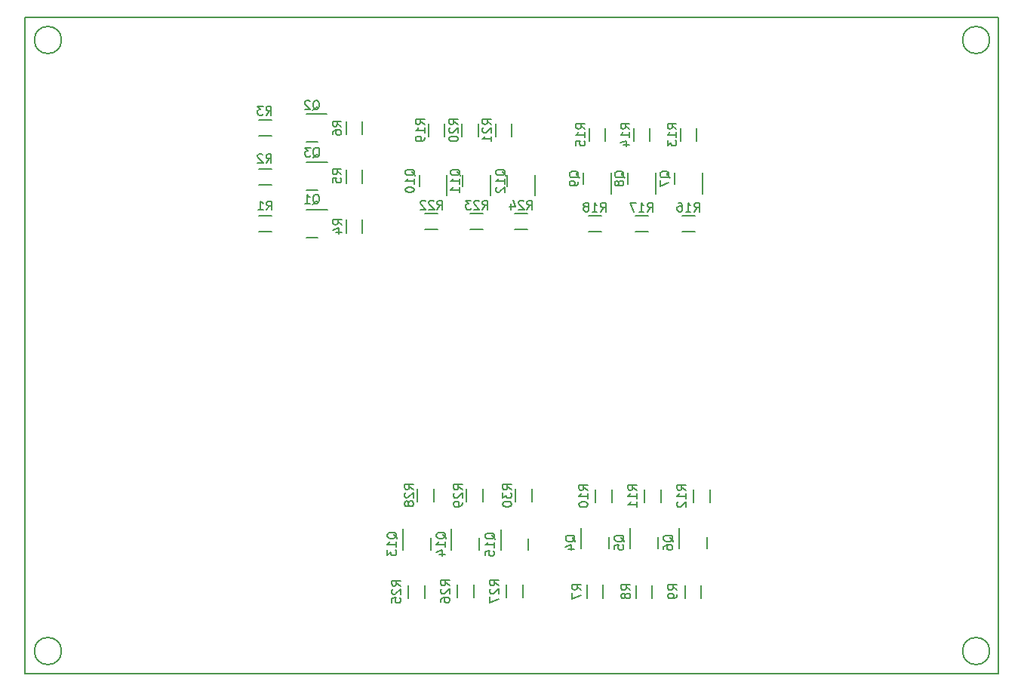
<source format=gbo>
%TF.GenerationSoftware,KiCad,Pcbnew,7.0.2-6a45011f42~172~ubuntu22.10.1*%
%TF.CreationDate,2023-08-02T15:33:43+05:00*%
%TF.ProjectId,id4,6964342e-6b69-4636-9164-5f7063625858,1*%
%TF.SameCoordinates,Original*%
%TF.FileFunction,Legend,Bot*%
%TF.FilePolarity,Positive*%
%FSLAX46Y46*%
G04 Gerber Fmt 4.6, Leading zero omitted, Abs format (unit mm)*
G04 Created by KiCad (PCBNEW 7.0.2-6a45011f42~172~ubuntu22.10.1) date 2023-08-02 15:33:43*
%MOMM*%
%LPD*%
G01*
G04 APERTURE LIST*
%ADD10C,0.150000*%
%TA.AperFunction,Profile*%
%ADD11C,0.150000*%
%TD*%
%TA.AperFunction,Profile*%
%ADD12C,0.200000*%
%TD*%
G04 APERTURE END LIST*
D10*
%TO.C,Q4*%
X178557857Y-112192261D02*
X178510238Y-112097023D01*
X178510238Y-112097023D02*
X178415000Y-112001785D01*
X178415000Y-112001785D02*
X178272142Y-111858928D01*
X178272142Y-111858928D02*
X178224523Y-111763690D01*
X178224523Y-111763690D02*
X178224523Y-111668452D01*
X178462619Y-111716071D02*
X178415000Y-111620833D01*
X178415000Y-111620833D02*
X178319761Y-111525595D01*
X178319761Y-111525595D02*
X178129285Y-111477976D01*
X178129285Y-111477976D02*
X177795952Y-111477976D01*
X177795952Y-111477976D02*
X177605476Y-111525595D01*
X177605476Y-111525595D02*
X177510238Y-111620833D01*
X177510238Y-111620833D02*
X177462619Y-111716071D01*
X177462619Y-111716071D02*
X177462619Y-111906547D01*
X177462619Y-111906547D02*
X177510238Y-112001785D01*
X177510238Y-112001785D02*
X177605476Y-112097023D01*
X177605476Y-112097023D02*
X177795952Y-112144642D01*
X177795952Y-112144642D02*
X178129285Y-112144642D01*
X178129285Y-112144642D02*
X178319761Y-112097023D01*
X178319761Y-112097023D02*
X178415000Y-112001785D01*
X178415000Y-112001785D02*
X178462619Y-111906547D01*
X178462619Y-111906547D02*
X178462619Y-111716071D01*
X177795952Y-113001785D02*
X178462619Y-113001785D01*
X177415000Y-112763690D02*
X178129285Y-112525595D01*
X178129285Y-112525595D02*
X178129285Y-113144642D01*
%TO.C,R5*%
X152311619Y-70971333D02*
X151835428Y-70638000D01*
X152311619Y-70399905D02*
X151311619Y-70399905D01*
X151311619Y-70399905D02*
X151311619Y-70780857D01*
X151311619Y-70780857D02*
X151359238Y-70876095D01*
X151359238Y-70876095D02*
X151406857Y-70923714D01*
X151406857Y-70923714D02*
X151502095Y-70971333D01*
X151502095Y-70971333D02*
X151644952Y-70971333D01*
X151644952Y-70971333D02*
X151740190Y-70923714D01*
X151740190Y-70923714D02*
X151787809Y-70876095D01*
X151787809Y-70876095D02*
X151835428Y-70780857D01*
X151835428Y-70780857D02*
X151835428Y-70399905D01*
X151311619Y-71876095D02*
X151311619Y-71399905D01*
X151311619Y-71399905D02*
X151787809Y-71352286D01*
X151787809Y-71352286D02*
X151740190Y-71399905D01*
X151740190Y-71399905D02*
X151692571Y-71495143D01*
X151692571Y-71495143D02*
X151692571Y-71733238D01*
X151692571Y-71733238D02*
X151740190Y-71828476D01*
X151740190Y-71828476D02*
X151787809Y-71876095D01*
X151787809Y-71876095D02*
X151883047Y-71923714D01*
X151883047Y-71923714D02*
X152121142Y-71923714D01*
X152121142Y-71923714D02*
X152216380Y-71876095D01*
X152216380Y-71876095D02*
X152264000Y-71828476D01*
X152264000Y-71828476D02*
X152311619Y-71733238D01*
X152311619Y-71733238D02*
X152311619Y-71495143D01*
X152311619Y-71495143D02*
X152264000Y-71399905D01*
X152264000Y-71399905D02*
X152216380Y-71352286D01*
%TO.C,R18*%
X181392857Y-75142619D02*
X181726190Y-74666428D01*
X181964285Y-75142619D02*
X181964285Y-74142619D01*
X181964285Y-74142619D02*
X181583333Y-74142619D01*
X181583333Y-74142619D02*
X181488095Y-74190238D01*
X181488095Y-74190238D02*
X181440476Y-74237857D01*
X181440476Y-74237857D02*
X181392857Y-74333095D01*
X181392857Y-74333095D02*
X181392857Y-74475952D01*
X181392857Y-74475952D02*
X181440476Y-74571190D01*
X181440476Y-74571190D02*
X181488095Y-74618809D01*
X181488095Y-74618809D02*
X181583333Y-74666428D01*
X181583333Y-74666428D02*
X181964285Y-74666428D01*
X180440476Y-75142619D02*
X181011904Y-75142619D01*
X180726190Y-75142619D02*
X180726190Y-74142619D01*
X180726190Y-74142619D02*
X180821428Y-74285476D01*
X180821428Y-74285476D02*
X180916666Y-74380714D01*
X180916666Y-74380714D02*
X181011904Y-74428333D01*
X179869047Y-74571190D02*
X179964285Y-74523571D01*
X179964285Y-74523571D02*
X180011904Y-74475952D01*
X180011904Y-74475952D02*
X180059523Y-74380714D01*
X180059523Y-74380714D02*
X180059523Y-74333095D01*
X180059523Y-74333095D02*
X180011904Y-74237857D01*
X180011904Y-74237857D02*
X179964285Y-74190238D01*
X179964285Y-74190238D02*
X179869047Y-74142619D01*
X179869047Y-74142619D02*
X179678571Y-74142619D01*
X179678571Y-74142619D02*
X179583333Y-74190238D01*
X179583333Y-74190238D02*
X179535714Y-74237857D01*
X179535714Y-74237857D02*
X179488095Y-74333095D01*
X179488095Y-74333095D02*
X179488095Y-74380714D01*
X179488095Y-74380714D02*
X179535714Y-74475952D01*
X179535714Y-74475952D02*
X179583333Y-74523571D01*
X179583333Y-74523571D02*
X179678571Y-74571190D01*
X179678571Y-74571190D02*
X179869047Y-74571190D01*
X179869047Y-74571190D02*
X179964285Y-74618809D01*
X179964285Y-74618809D02*
X180011904Y-74666428D01*
X180011904Y-74666428D02*
X180059523Y-74761666D01*
X180059523Y-74761666D02*
X180059523Y-74952142D01*
X180059523Y-74952142D02*
X180011904Y-75047380D01*
X180011904Y-75047380D02*
X179964285Y-75095000D01*
X179964285Y-75095000D02*
X179869047Y-75142619D01*
X179869047Y-75142619D02*
X179678571Y-75142619D01*
X179678571Y-75142619D02*
X179583333Y-75095000D01*
X179583333Y-75095000D02*
X179535714Y-75047380D01*
X179535714Y-75047380D02*
X179488095Y-74952142D01*
X179488095Y-74952142D02*
X179488095Y-74761666D01*
X179488095Y-74761666D02*
X179535714Y-74666428D01*
X179535714Y-74666428D02*
X179583333Y-74618809D01*
X179583333Y-74618809D02*
X179678571Y-74571190D01*
%TO.C,R21*%
X169142619Y-65357142D02*
X168666428Y-65023809D01*
X169142619Y-64785714D02*
X168142619Y-64785714D01*
X168142619Y-64785714D02*
X168142619Y-65166666D01*
X168142619Y-65166666D02*
X168190238Y-65261904D01*
X168190238Y-65261904D02*
X168237857Y-65309523D01*
X168237857Y-65309523D02*
X168333095Y-65357142D01*
X168333095Y-65357142D02*
X168475952Y-65357142D01*
X168475952Y-65357142D02*
X168571190Y-65309523D01*
X168571190Y-65309523D02*
X168618809Y-65261904D01*
X168618809Y-65261904D02*
X168666428Y-65166666D01*
X168666428Y-65166666D02*
X168666428Y-64785714D01*
X168237857Y-65738095D02*
X168190238Y-65785714D01*
X168190238Y-65785714D02*
X168142619Y-65880952D01*
X168142619Y-65880952D02*
X168142619Y-66119047D01*
X168142619Y-66119047D02*
X168190238Y-66214285D01*
X168190238Y-66214285D02*
X168237857Y-66261904D01*
X168237857Y-66261904D02*
X168333095Y-66309523D01*
X168333095Y-66309523D02*
X168428333Y-66309523D01*
X168428333Y-66309523D02*
X168571190Y-66261904D01*
X168571190Y-66261904D02*
X169142619Y-65690476D01*
X169142619Y-65690476D02*
X169142619Y-66309523D01*
X169142619Y-67261904D02*
X169142619Y-66690476D01*
X169142619Y-66976190D02*
X168142619Y-66976190D01*
X168142619Y-66976190D02*
X168285476Y-66880952D01*
X168285476Y-66880952D02*
X168380714Y-66785714D01*
X168380714Y-66785714D02*
X168428333Y-66690476D01*
%TO.C,Q7*%
X189152857Y-71342261D02*
X189105238Y-71247023D01*
X189105238Y-71247023D02*
X189010000Y-71151785D01*
X189010000Y-71151785D02*
X188867142Y-71008928D01*
X188867142Y-71008928D02*
X188819523Y-70913690D01*
X188819523Y-70913690D02*
X188819523Y-70818452D01*
X189057619Y-70866071D02*
X189010000Y-70770833D01*
X189010000Y-70770833D02*
X188914761Y-70675595D01*
X188914761Y-70675595D02*
X188724285Y-70627976D01*
X188724285Y-70627976D02*
X188390952Y-70627976D01*
X188390952Y-70627976D02*
X188200476Y-70675595D01*
X188200476Y-70675595D02*
X188105238Y-70770833D01*
X188105238Y-70770833D02*
X188057619Y-70866071D01*
X188057619Y-70866071D02*
X188057619Y-71056547D01*
X188057619Y-71056547D02*
X188105238Y-71151785D01*
X188105238Y-71151785D02*
X188200476Y-71247023D01*
X188200476Y-71247023D02*
X188390952Y-71294642D01*
X188390952Y-71294642D02*
X188724285Y-71294642D01*
X188724285Y-71294642D02*
X188914761Y-71247023D01*
X188914761Y-71247023D02*
X189010000Y-71151785D01*
X189010000Y-71151785D02*
X189057619Y-71056547D01*
X189057619Y-71056547D02*
X189057619Y-70866071D01*
X188057619Y-71627976D02*
X188057619Y-72294642D01*
X188057619Y-72294642D02*
X189057619Y-71866071D01*
%TO.C,R23*%
X168142857Y-74892619D02*
X168476190Y-74416428D01*
X168714285Y-74892619D02*
X168714285Y-73892619D01*
X168714285Y-73892619D02*
X168333333Y-73892619D01*
X168333333Y-73892619D02*
X168238095Y-73940238D01*
X168238095Y-73940238D02*
X168190476Y-73987857D01*
X168190476Y-73987857D02*
X168142857Y-74083095D01*
X168142857Y-74083095D02*
X168142857Y-74225952D01*
X168142857Y-74225952D02*
X168190476Y-74321190D01*
X168190476Y-74321190D02*
X168238095Y-74368809D01*
X168238095Y-74368809D02*
X168333333Y-74416428D01*
X168333333Y-74416428D02*
X168714285Y-74416428D01*
X167761904Y-73987857D02*
X167714285Y-73940238D01*
X167714285Y-73940238D02*
X167619047Y-73892619D01*
X167619047Y-73892619D02*
X167380952Y-73892619D01*
X167380952Y-73892619D02*
X167285714Y-73940238D01*
X167285714Y-73940238D02*
X167238095Y-73987857D01*
X167238095Y-73987857D02*
X167190476Y-74083095D01*
X167190476Y-74083095D02*
X167190476Y-74178333D01*
X167190476Y-74178333D02*
X167238095Y-74321190D01*
X167238095Y-74321190D02*
X167809523Y-74892619D01*
X167809523Y-74892619D02*
X167190476Y-74892619D01*
X166857142Y-73892619D02*
X166238095Y-73892619D01*
X166238095Y-73892619D02*
X166571428Y-74273571D01*
X166571428Y-74273571D02*
X166428571Y-74273571D01*
X166428571Y-74273571D02*
X166333333Y-74321190D01*
X166333333Y-74321190D02*
X166285714Y-74368809D01*
X166285714Y-74368809D02*
X166238095Y-74464047D01*
X166238095Y-74464047D02*
X166238095Y-74702142D01*
X166238095Y-74702142D02*
X166285714Y-74797380D01*
X166285714Y-74797380D02*
X166333333Y-74845000D01*
X166333333Y-74845000D02*
X166428571Y-74892619D01*
X166428571Y-74892619D02*
X166714285Y-74892619D01*
X166714285Y-74892619D02*
X166809523Y-74845000D01*
X166809523Y-74845000D02*
X166857142Y-74797380D01*
%TO.C,R27*%
X169962619Y-117107142D02*
X169486428Y-116773809D01*
X169962619Y-116535714D02*
X168962619Y-116535714D01*
X168962619Y-116535714D02*
X168962619Y-116916666D01*
X168962619Y-116916666D02*
X169010238Y-117011904D01*
X169010238Y-117011904D02*
X169057857Y-117059523D01*
X169057857Y-117059523D02*
X169153095Y-117107142D01*
X169153095Y-117107142D02*
X169295952Y-117107142D01*
X169295952Y-117107142D02*
X169391190Y-117059523D01*
X169391190Y-117059523D02*
X169438809Y-117011904D01*
X169438809Y-117011904D02*
X169486428Y-116916666D01*
X169486428Y-116916666D02*
X169486428Y-116535714D01*
X169057857Y-117488095D02*
X169010238Y-117535714D01*
X169010238Y-117535714D02*
X168962619Y-117630952D01*
X168962619Y-117630952D02*
X168962619Y-117869047D01*
X168962619Y-117869047D02*
X169010238Y-117964285D01*
X169010238Y-117964285D02*
X169057857Y-118011904D01*
X169057857Y-118011904D02*
X169153095Y-118059523D01*
X169153095Y-118059523D02*
X169248333Y-118059523D01*
X169248333Y-118059523D02*
X169391190Y-118011904D01*
X169391190Y-118011904D02*
X169962619Y-117440476D01*
X169962619Y-117440476D02*
X169962619Y-118059523D01*
X168962619Y-118392857D02*
X168962619Y-119059523D01*
X168962619Y-119059523D02*
X169962619Y-118630952D01*
%TO.C,R13*%
X189892619Y-65857142D02*
X189416428Y-65523809D01*
X189892619Y-65285714D02*
X188892619Y-65285714D01*
X188892619Y-65285714D02*
X188892619Y-65666666D01*
X188892619Y-65666666D02*
X188940238Y-65761904D01*
X188940238Y-65761904D02*
X188987857Y-65809523D01*
X188987857Y-65809523D02*
X189083095Y-65857142D01*
X189083095Y-65857142D02*
X189225952Y-65857142D01*
X189225952Y-65857142D02*
X189321190Y-65809523D01*
X189321190Y-65809523D02*
X189368809Y-65761904D01*
X189368809Y-65761904D02*
X189416428Y-65666666D01*
X189416428Y-65666666D02*
X189416428Y-65285714D01*
X189892619Y-66809523D02*
X189892619Y-66238095D01*
X189892619Y-66523809D02*
X188892619Y-66523809D01*
X188892619Y-66523809D02*
X189035476Y-66428571D01*
X189035476Y-66428571D02*
X189130714Y-66333333D01*
X189130714Y-66333333D02*
X189178333Y-66238095D01*
X188892619Y-67142857D02*
X188892619Y-67761904D01*
X188892619Y-67761904D02*
X189273571Y-67428571D01*
X189273571Y-67428571D02*
X189273571Y-67571428D01*
X189273571Y-67571428D02*
X189321190Y-67666666D01*
X189321190Y-67666666D02*
X189368809Y-67714285D01*
X189368809Y-67714285D02*
X189464047Y-67761904D01*
X189464047Y-67761904D02*
X189702142Y-67761904D01*
X189702142Y-67761904D02*
X189797380Y-67714285D01*
X189797380Y-67714285D02*
X189845000Y-67666666D01*
X189845000Y-67666666D02*
X189892619Y-67571428D01*
X189892619Y-67571428D02*
X189892619Y-67285714D01*
X189892619Y-67285714D02*
X189845000Y-67190476D01*
X189845000Y-67190476D02*
X189797380Y-67142857D01*
%TO.C,Q10*%
X160577857Y-71116071D02*
X160530238Y-71020833D01*
X160530238Y-71020833D02*
X160435000Y-70925595D01*
X160435000Y-70925595D02*
X160292142Y-70782738D01*
X160292142Y-70782738D02*
X160244523Y-70687500D01*
X160244523Y-70687500D02*
X160244523Y-70592262D01*
X160482619Y-70639881D02*
X160435000Y-70544643D01*
X160435000Y-70544643D02*
X160339761Y-70449405D01*
X160339761Y-70449405D02*
X160149285Y-70401786D01*
X160149285Y-70401786D02*
X159815952Y-70401786D01*
X159815952Y-70401786D02*
X159625476Y-70449405D01*
X159625476Y-70449405D02*
X159530238Y-70544643D01*
X159530238Y-70544643D02*
X159482619Y-70639881D01*
X159482619Y-70639881D02*
X159482619Y-70830357D01*
X159482619Y-70830357D02*
X159530238Y-70925595D01*
X159530238Y-70925595D02*
X159625476Y-71020833D01*
X159625476Y-71020833D02*
X159815952Y-71068452D01*
X159815952Y-71068452D02*
X160149285Y-71068452D01*
X160149285Y-71068452D02*
X160339761Y-71020833D01*
X160339761Y-71020833D02*
X160435000Y-70925595D01*
X160435000Y-70925595D02*
X160482619Y-70830357D01*
X160482619Y-70830357D02*
X160482619Y-70639881D01*
X160482619Y-72020833D02*
X160482619Y-71449405D01*
X160482619Y-71735119D02*
X159482619Y-71735119D01*
X159482619Y-71735119D02*
X159625476Y-71639881D01*
X159625476Y-71639881D02*
X159720714Y-71544643D01*
X159720714Y-71544643D02*
X159768333Y-71449405D01*
X159482619Y-72639881D02*
X159482619Y-72735119D01*
X159482619Y-72735119D02*
X159530238Y-72830357D01*
X159530238Y-72830357D02*
X159577857Y-72877976D01*
X159577857Y-72877976D02*
X159673095Y-72925595D01*
X159673095Y-72925595D02*
X159863571Y-72973214D01*
X159863571Y-72973214D02*
X160101666Y-72973214D01*
X160101666Y-72973214D02*
X160292142Y-72925595D01*
X160292142Y-72925595D02*
X160387380Y-72877976D01*
X160387380Y-72877976D02*
X160435000Y-72830357D01*
X160435000Y-72830357D02*
X160482619Y-72735119D01*
X160482619Y-72735119D02*
X160482619Y-72639881D01*
X160482619Y-72639881D02*
X160435000Y-72544643D01*
X160435000Y-72544643D02*
X160387380Y-72497024D01*
X160387380Y-72497024D02*
X160292142Y-72449405D01*
X160292142Y-72449405D02*
X160101666Y-72401786D01*
X160101666Y-72401786D02*
X159863571Y-72401786D01*
X159863571Y-72401786D02*
X159673095Y-72449405D01*
X159673095Y-72449405D02*
X159577857Y-72497024D01*
X159577857Y-72497024D02*
X159530238Y-72544643D01*
X159530238Y-72544643D02*
X159482619Y-72639881D01*
%TO.C,R6*%
X152311619Y-65583333D02*
X151835428Y-65250000D01*
X152311619Y-65011905D02*
X151311619Y-65011905D01*
X151311619Y-65011905D02*
X151311619Y-65392857D01*
X151311619Y-65392857D02*
X151359238Y-65488095D01*
X151359238Y-65488095D02*
X151406857Y-65535714D01*
X151406857Y-65535714D02*
X151502095Y-65583333D01*
X151502095Y-65583333D02*
X151644952Y-65583333D01*
X151644952Y-65583333D02*
X151740190Y-65535714D01*
X151740190Y-65535714D02*
X151787809Y-65488095D01*
X151787809Y-65488095D02*
X151835428Y-65392857D01*
X151835428Y-65392857D02*
X151835428Y-65011905D01*
X151311619Y-66440476D02*
X151311619Y-66250000D01*
X151311619Y-66250000D02*
X151359238Y-66154762D01*
X151359238Y-66154762D02*
X151406857Y-66107143D01*
X151406857Y-66107143D02*
X151549714Y-66011905D01*
X151549714Y-66011905D02*
X151740190Y-65964286D01*
X151740190Y-65964286D02*
X152121142Y-65964286D01*
X152121142Y-65964286D02*
X152216380Y-66011905D01*
X152216380Y-66011905D02*
X152264000Y-66059524D01*
X152264000Y-66059524D02*
X152311619Y-66154762D01*
X152311619Y-66154762D02*
X152311619Y-66345238D01*
X152311619Y-66345238D02*
X152264000Y-66440476D01*
X152264000Y-66440476D02*
X152216380Y-66488095D01*
X152216380Y-66488095D02*
X152121142Y-66535714D01*
X152121142Y-66535714D02*
X151883047Y-66535714D01*
X151883047Y-66535714D02*
X151787809Y-66488095D01*
X151787809Y-66488095D02*
X151740190Y-66440476D01*
X151740190Y-66440476D02*
X151692571Y-66345238D01*
X151692571Y-66345238D02*
X151692571Y-66154762D01*
X151692571Y-66154762D02*
X151740190Y-66059524D01*
X151740190Y-66059524D02*
X151787809Y-66011905D01*
X151787809Y-66011905D02*
X151883047Y-65964286D01*
%TO.C,R26*%
X164462619Y-117107142D02*
X163986428Y-116773809D01*
X164462619Y-116535714D02*
X163462619Y-116535714D01*
X163462619Y-116535714D02*
X163462619Y-116916666D01*
X163462619Y-116916666D02*
X163510238Y-117011904D01*
X163510238Y-117011904D02*
X163557857Y-117059523D01*
X163557857Y-117059523D02*
X163653095Y-117107142D01*
X163653095Y-117107142D02*
X163795952Y-117107142D01*
X163795952Y-117107142D02*
X163891190Y-117059523D01*
X163891190Y-117059523D02*
X163938809Y-117011904D01*
X163938809Y-117011904D02*
X163986428Y-116916666D01*
X163986428Y-116916666D02*
X163986428Y-116535714D01*
X163557857Y-117488095D02*
X163510238Y-117535714D01*
X163510238Y-117535714D02*
X163462619Y-117630952D01*
X163462619Y-117630952D02*
X163462619Y-117869047D01*
X163462619Y-117869047D02*
X163510238Y-117964285D01*
X163510238Y-117964285D02*
X163557857Y-118011904D01*
X163557857Y-118011904D02*
X163653095Y-118059523D01*
X163653095Y-118059523D02*
X163748333Y-118059523D01*
X163748333Y-118059523D02*
X163891190Y-118011904D01*
X163891190Y-118011904D02*
X164462619Y-117440476D01*
X164462619Y-117440476D02*
X164462619Y-118059523D01*
X163462619Y-118916666D02*
X163462619Y-118726190D01*
X163462619Y-118726190D02*
X163510238Y-118630952D01*
X163510238Y-118630952D02*
X163557857Y-118583333D01*
X163557857Y-118583333D02*
X163700714Y-118488095D01*
X163700714Y-118488095D02*
X163891190Y-118440476D01*
X163891190Y-118440476D02*
X164272142Y-118440476D01*
X164272142Y-118440476D02*
X164367380Y-118488095D01*
X164367380Y-118488095D02*
X164415000Y-118535714D01*
X164415000Y-118535714D02*
X164462619Y-118630952D01*
X164462619Y-118630952D02*
X164462619Y-118821428D01*
X164462619Y-118821428D02*
X164415000Y-118916666D01*
X164415000Y-118916666D02*
X164367380Y-118964285D01*
X164367380Y-118964285D02*
X164272142Y-119011904D01*
X164272142Y-119011904D02*
X164034047Y-119011904D01*
X164034047Y-119011904D02*
X163938809Y-118964285D01*
X163938809Y-118964285D02*
X163891190Y-118916666D01*
X163891190Y-118916666D02*
X163843571Y-118821428D01*
X163843571Y-118821428D02*
X163843571Y-118630952D01*
X163843571Y-118630952D02*
X163891190Y-118535714D01*
X163891190Y-118535714D02*
X163938809Y-118488095D01*
X163938809Y-118488095D02*
X164034047Y-118440476D01*
%TO.C,R22*%
X163067857Y-74892619D02*
X163401190Y-74416428D01*
X163639285Y-74892619D02*
X163639285Y-73892619D01*
X163639285Y-73892619D02*
X163258333Y-73892619D01*
X163258333Y-73892619D02*
X163163095Y-73940238D01*
X163163095Y-73940238D02*
X163115476Y-73987857D01*
X163115476Y-73987857D02*
X163067857Y-74083095D01*
X163067857Y-74083095D02*
X163067857Y-74225952D01*
X163067857Y-74225952D02*
X163115476Y-74321190D01*
X163115476Y-74321190D02*
X163163095Y-74368809D01*
X163163095Y-74368809D02*
X163258333Y-74416428D01*
X163258333Y-74416428D02*
X163639285Y-74416428D01*
X162686904Y-73987857D02*
X162639285Y-73940238D01*
X162639285Y-73940238D02*
X162544047Y-73892619D01*
X162544047Y-73892619D02*
X162305952Y-73892619D01*
X162305952Y-73892619D02*
X162210714Y-73940238D01*
X162210714Y-73940238D02*
X162163095Y-73987857D01*
X162163095Y-73987857D02*
X162115476Y-74083095D01*
X162115476Y-74083095D02*
X162115476Y-74178333D01*
X162115476Y-74178333D02*
X162163095Y-74321190D01*
X162163095Y-74321190D02*
X162734523Y-74892619D01*
X162734523Y-74892619D02*
X162115476Y-74892619D01*
X161734523Y-73987857D02*
X161686904Y-73940238D01*
X161686904Y-73940238D02*
X161591666Y-73892619D01*
X161591666Y-73892619D02*
X161353571Y-73892619D01*
X161353571Y-73892619D02*
X161258333Y-73940238D01*
X161258333Y-73940238D02*
X161210714Y-73987857D01*
X161210714Y-73987857D02*
X161163095Y-74083095D01*
X161163095Y-74083095D02*
X161163095Y-74178333D01*
X161163095Y-74178333D02*
X161210714Y-74321190D01*
X161210714Y-74321190D02*
X161782142Y-74892619D01*
X161782142Y-74892619D02*
X161163095Y-74892619D01*
%TO.C,Q9*%
X178992857Y-71342261D02*
X178945238Y-71247023D01*
X178945238Y-71247023D02*
X178850000Y-71151785D01*
X178850000Y-71151785D02*
X178707142Y-71008928D01*
X178707142Y-71008928D02*
X178659523Y-70913690D01*
X178659523Y-70913690D02*
X178659523Y-70818452D01*
X178897619Y-70866071D02*
X178850000Y-70770833D01*
X178850000Y-70770833D02*
X178754761Y-70675595D01*
X178754761Y-70675595D02*
X178564285Y-70627976D01*
X178564285Y-70627976D02*
X178230952Y-70627976D01*
X178230952Y-70627976D02*
X178040476Y-70675595D01*
X178040476Y-70675595D02*
X177945238Y-70770833D01*
X177945238Y-70770833D02*
X177897619Y-70866071D01*
X177897619Y-70866071D02*
X177897619Y-71056547D01*
X177897619Y-71056547D02*
X177945238Y-71151785D01*
X177945238Y-71151785D02*
X178040476Y-71247023D01*
X178040476Y-71247023D02*
X178230952Y-71294642D01*
X178230952Y-71294642D02*
X178564285Y-71294642D01*
X178564285Y-71294642D02*
X178754761Y-71247023D01*
X178754761Y-71247023D02*
X178850000Y-71151785D01*
X178850000Y-71151785D02*
X178897619Y-71056547D01*
X178897619Y-71056547D02*
X178897619Y-70866071D01*
X178897619Y-71770833D02*
X178897619Y-71961309D01*
X178897619Y-71961309D02*
X178850000Y-72056547D01*
X178850000Y-72056547D02*
X178802380Y-72104166D01*
X178802380Y-72104166D02*
X178659523Y-72199404D01*
X178659523Y-72199404D02*
X178469047Y-72247023D01*
X178469047Y-72247023D02*
X178088095Y-72247023D01*
X178088095Y-72247023D02*
X177992857Y-72199404D01*
X177992857Y-72199404D02*
X177945238Y-72151785D01*
X177945238Y-72151785D02*
X177897619Y-72056547D01*
X177897619Y-72056547D02*
X177897619Y-71866071D01*
X177897619Y-71866071D02*
X177945238Y-71770833D01*
X177945238Y-71770833D02*
X177992857Y-71723214D01*
X177992857Y-71723214D02*
X178088095Y-71675595D01*
X178088095Y-71675595D02*
X178326190Y-71675595D01*
X178326190Y-71675595D02*
X178421428Y-71723214D01*
X178421428Y-71723214D02*
X178469047Y-71770833D01*
X178469047Y-71770833D02*
X178516666Y-71866071D01*
X178516666Y-71866071D02*
X178516666Y-72056547D01*
X178516666Y-72056547D02*
X178469047Y-72151785D01*
X178469047Y-72151785D02*
X178421428Y-72199404D01*
X178421428Y-72199404D02*
X178326190Y-72247023D01*
%TO.C,Q15*%
X169557857Y-111928571D02*
X169510238Y-111833333D01*
X169510238Y-111833333D02*
X169415000Y-111738095D01*
X169415000Y-111738095D02*
X169272142Y-111595238D01*
X169272142Y-111595238D02*
X169224523Y-111500000D01*
X169224523Y-111500000D02*
X169224523Y-111404762D01*
X169462619Y-111452381D02*
X169415000Y-111357143D01*
X169415000Y-111357143D02*
X169319761Y-111261905D01*
X169319761Y-111261905D02*
X169129285Y-111214286D01*
X169129285Y-111214286D02*
X168795952Y-111214286D01*
X168795952Y-111214286D02*
X168605476Y-111261905D01*
X168605476Y-111261905D02*
X168510238Y-111357143D01*
X168510238Y-111357143D02*
X168462619Y-111452381D01*
X168462619Y-111452381D02*
X168462619Y-111642857D01*
X168462619Y-111642857D02*
X168510238Y-111738095D01*
X168510238Y-111738095D02*
X168605476Y-111833333D01*
X168605476Y-111833333D02*
X168795952Y-111880952D01*
X168795952Y-111880952D02*
X169129285Y-111880952D01*
X169129285Y-111880952D02*
X169319761Y-111833333D01*
X169319761Y-111833333D02*
X169415000Y-111738095D01*
X169415000Y-111738095D02*
X169462619Y-111642857D01*
X169462619Y-111642857D02*
X169462619Y-111452381D01*
X169462619Y-112833333D02*
X169462619Y-112261905D01*
X169462619Y-112547619D02*
X168462619Y-112547619D01*
X168462619Y-112547619D02*
X168605476Y-112452381D01*
X168605476Y-112452381D02*
X168700714Y-112357143D01*
X168700714Y-112357143D02*
X168748333Y-112261905D01*
X168462619Y-113738095D02*
X168462619Y-113261905D01*
X168462619Y-113261905D02*
X168938809Y-113214286D01*
X168938809Y-113214286D02*
X168891190Y-113261905D01*
X168891190Y-113261905D02*
X168843571Y-113357143D01*
X168843571Y-113357143D02*
X168843571Y-113595238D01*
X168843571Y-113595238D02*
X168891190Y-113690476D01*
X168891190Y-113690476D02*
X168938809Y-113738095D01*
X168938809Y-113738095D02*
X169034047Y-113785714D01*
X169034047Y-113785714D02*
X169272142Y-113785714D01*
X169272142Y-113785714D02*
X169367380Y-113738095D01*
X169367380Y-113738095D02*
X169415000Y-113690476D01*
X169415000Y-113690476D02*
X169462619Y-113595238D01*
X169462619Y-113595238D02*
X169462619Y-113357143D01*
X169462619Y-113357143D02*
X169415000Y-113261905D01*
X169415000Y-113261905D02*
X169367380Y-113214286D01*
%TO.C,R3*%
X143855166Y-64307119D02*
X144188499Y-63830928D01*
X144426594Y-64307119D02*
X144426594Y-63307119D01*
X144426594Y-63307119D02*
X144045642Y-63307119D01*
X144045642Y-63307119D02*
X143950404Y-63354738D01*
X143950404Y-63354738D02*
X143902785Y-63402357D01*
X143902785Y-63402357D02*
X143855166Y-63497595D01*
X143855166Y-63497595D02*
X143855166Y-63640452D01*
X143855166Y-63640452D02*
X143902785Y-63735690D01*
X143902785Y-63735690D02*
X143950404Y-63783309D01*
X143950404Y-63783309D02*
X144045642Y-63830928D01*
X144045642Y-63830928D02*
X144426594Y-63830928D01*
X143521832Y-63307119D02*
X142902785Y-63307119D01*
X142902785Y-63307119D02*
X143236118Y-63688071D01*
X143236118Y-63688071D02*
X143093261Y-63688071D01*
X143093261Y-63688071D02*
X142998023Y-63735690D01*
X142998023Y-63735690D02*
X142950404Y-63783309D01*
X142950404Y-63783309D02*
X142902785Y-63878547D01*
X142902785Y-63878547D02*
X142902785Y-64116642D01*
X142902785Y-64116642D02*
X142950404Y-64211880D01*
X142950404Y-64211880D02*
X142998023Y-64259500D01*
X142998023Y-64259500D02*
X143093261Y-64307119D01*
X143093261Y-64307119D02*
X143378975Y-64307119D01*
X143378975Y-64307119D02*
X143474213Y-64259500D01*
X143474213Y-64259500D02*
X143521832Y-64211880D01*
%TO.C,R14*%
X184642619Y-65857142D02*
X184166428Y-65523809D01*
X184642619Y-65285714D02*
X183642619Y-65285714D01*
X183642619Y-65285714D02*
X183642619Y-65666666D01*
X183642619Y-65666666D02*
X183690238Y-65761904D01*
X183690238Y-65761904D02*
X183737857Y-65809523D01*
X183737857Y-65809523D02*
X183833095Y-65857142D01*
X183833095Y-65857142D02*
X183975952Y-65857142D01*
X183975952Y-65857142D02*
X184071190Y-65809523D01*
X184071190Y-65809523D02*
X184118809Y-65761904D01*
X184118809Y-65761904D02*
X184166428Y-65666666D01*
X184166428Y-65666666D02*
X184166428Y-65285714D01*
X184642619Y-66809523D02*
X184642619Y-66238095D01*
X184642619Y-66523809D02*
X183642619Y-66523809D01*
X183642619Y-66523809D02*
X183785476Y-66428571D01*
X183785476Y-66428571D02*
X183880714Y-66333333D01*
X183880714Y-66333333D02*
X183928333Y-66238095D01*
X183975952Y-67666666D02*
X184642619Y-67666666D01*
X183595000Y-67428571D02*
X184309285Y-67190476D01*
X184309285Y-67190476D02*
X184309285Y-67809523D01*
%TO.C,R17*%
X186642857Y-75142619D02*
X186976190Y-74666428D01*
X187214285Y-75142619D02*
X187214285Y-74142619D01*
X187214285Y-74142619D02*
X186833333Y-74142619D01*
X186833333Y-74142619D02*
X186738095Y-74190238D01*
X186738095Y-74190238D02*
X186690476Y-74237857D01*
X186690476Y-74237857D02*
X186642857Y-74333095D01*
X186642857Y-74333095D02*
X186642857Y-74475952D01*
X186642857Y-74475952D02*
X186690476Y-74571190D01*
X186690476Y-74571190D02*
X186738095Y-74618809D01*
X186738095Y-74618809D02*
X186833333Y-74666428D01*
X186833333Y-74666428D02*
X187214285Y-74666428D01*
X185690476Y-75142619D02*
X186261904Y-75142619D01*
X185976190Y-75142619D02*
X185976190Y-74142619D01*
X185976190Y-74142619D02*
X186071428Y-74285476D01*
X186071428Y-74285476D02*
X186166666Y-74380714D01*
X186166666Y-74380714D02*
X186261904Y-74428333D01*
X185357142Y-74142619D02*
X184690476Y-74142619D01*
X184690476Y-74142619D02*
X185119047Y-75142619D01*
%TO.C,R24*%
X173142857Y-74892619D02*
X173476190Y-74416428D01*
X173714285Y-74892619D02*
X173714285Y-73892619D01*
X173714285Y-73892619D02*
X173333333Y-73892619D01*
X173333333Y-73892619D02*
X173238095Y-73940238D01*
X173238095Y-73940238D02*
X173190476Y-73987857D01*
X173190476Y-73987857D02*
X173142857Y-74083095D01*
X173142857Y-74083095D02*
X173142857Y-74225952D01*
X173142857Y-74225952D02*
X173190476Y-74321190D01*
X173190476Y-74321190D02*
X173238095Y-74368809D01*
X173238095Y-74368809D02*
X173333333Y-74416428D01*
X173333333Y-74416428D02*
X173714285Y-74416428D01*
X172761904Y-73987857D02*
X172714285Y-73940238D01*
X172714285Y-73940238D02*
X172619047Y-73892619D01*
X172619047Y-73892619D02*
X172380952Y-73892619D01*
X172380952Y-73892619D02*
X172285714Y-73940238D01*
X172285714Y-73940238D02*
X172238095Y-73987857D01*
X172238095Y-73987857D02*
X172190476Y-74083095D01*
X172190476Y-74083095D02*
X172190476Y-74178333D01*
X172190476Y-74178333D02*
X172238095Y-74321190D01*
X172238095Y-74321190D02*
X172809523Y-74892619D01*
X172809523Y-74892619D02*
X172190476Y-74892619D01*
X171333333Y-74225952D02*
X171333333Y-74892619D01*
X171571428Y-73845000D02*
X171809523Y-74559285D01*
X171809523Y-74559285D02*
X171190476Y-74559285D01*
%TO.C,Q3*%
X149133238Y-69057857D02*
X149228476Y-69010238D01*
X149228476Y-69010238D02*
X149323714Y-68915000D01*
X149323714Y-68915000D02*
X149466571Y-68772142D01*
X149466571Y-68772142D02*
X149561809Y-68724523D01*
X149561809Y-68724523D02*
X149657047Y-68724523D01*
X149609428Y-68962619D02*
X149704666Y-68915000D01*
X149704666Y-68915000D02*
X149799904Y-68819761D01*
X149799904Y-68819761D02*
X149847523Y-68629285D01*
X149847523Y-68629285D02*
X149847523Y-68295952D01*
X149847523Y-68295952D02*
X149799904Y-68105476D01*
X149799904Y-68105476D02*
X149704666Y-68010238D01*
X149704666Y-68010238D02*
X149609428Y-67962619D01*
X149609428Y-67962619D02*
X149418952Y-67962619D01*
X149418952Y-67962619D02*
X149323714Y-68010238D01*
X149323714Y-68010238D02*
X149228476Y-68105476D01*
X149228476Y-68105476D02*
X149180857Y-68295952D01*
X149180857Y-68295952D02*
X149180857Y-68629285D01*
X149180857Y-68629285D02*
X149228476Y-68819761D01*
X149228476Y-68819761D02*
X149323714Y-68915000D01*
X149323714Y-68915000D02*
X149418952Y-68962619D01*
X149418952Y-68962619D02*
X149609428Y-68962619D01*
X148847523Y-67962619D02*
X148228476Y-67962619D01*
X148228476Y-67962619D02*
X148561809Y-68343571D01*
X148561809Y-68343571D02*
X148418952Y-68343571D01*
X148418952Y-68343571D02*
X148323714Y-68391190D01*
X148323714Y-68391190D02*
X148276095Y-68438809D01*
X148276095Y-68438809D02*
X148228476Y-68534047D01*
X148228476Y-68534047D02*
X148228476Y-68772142D01*
X148228476Y-68772142D02*
X148276095Y-68867380D01*
X148276095Y-68867380D02*
X148323714Y-68915000D01*
X148323714Y-68915000D02*
X148418952Y-68962619D01*
X148418952Y-68962619D02*
X148704666Y-68962619D01*
X148704666Y-68962619D02*
X148799904Y-68915000D01*
X148799904Y-68915000D02*
X148847523Y-68867380D01*
%TO.C,Q8*%
X184072857Y-71342261D02*
X184025238Y-71247023D01*
X184025238Y-71247023D02*
X183930000Y-71151785D01*
X183930000Y-71151785D02*
X183787142Y-71008928D01*
X183787142Y-71008928D02*
X183739523Y-70913690D01*
X183739523Y-70913690D02*
X183739523Y-70818452D01*
X183977619Y-70866071D02*
X183930000Y-70770833D01*
X183930000Y-70770833D02*
X183834761Y-70675595D01*
X183834761Y-70675595D02*
X183644285Y-70627976D01*
X183644285Y-70627976D02*
X183310952Y-70627976D01*
X183310952Y-70627976D02*
X183120476Y-70675595D01*
X183120476Y-70675595D02*
X183025238Y-70770833D01*
X183025238Y-70770833D02*
X182977619Y-70866071D01*
X182977619Y-70866071D02*
X182977619Y-71056547D01*
X182977619Y-71056547D02*
X183025238Y-71151785D01*
X183025238Y-71151785D02*
X183120476Y-71247023D01*
X183120476Y-71247023D02*
X183310952Y-71294642D01*
X183310952Y-71294642D02*
X183644285Y-71294642D01*
X183644285Y-71294642D02*
X183834761Y-71247023D01*
X183834761Y-71247023D02*
X183930000Y-71151785D01*
X183930000Y-71151785D02*
X183977619Y-71056547D01*
X183977619Y-71056547D02*
X183977619Y-70866071D01*
X183406190Y-71866071D02*
X183358571Y-71770833D01*
X183358571Y-71770833D02*
X183310952Y-71723214D01*
X183310952Y-71723214D02*
X183215714Y-71675595D01*
X183215714Y-71675595D02*
X183168095Y-71675595D01*
X183168095Y-71675595D02*
X183072857Y-71723214D01*
X183072857Y-71723214D02*
X183025238Y-71770833D01*
X183025238Y-71770833D02*
X182977619Y-71866071D01*
X182977619Y-71866071D02*
X182977619Y-72056547D01*
X182977619Y-72056547D02*
X183025238Y-72151785D01*
X183025238Y-72151785D02*
X183072857Y-72199404D01*
X183072857Y-72199404D02*
X183168095Y-72247023D01*
X183168095Y-72247023D02*
X183215714Y-72247023D01*
X183215714Y-72247023D02*
X183310952Y-72199404D01*
X183310952Y-72199404D02*
X183358571Y-72151785D01*
X183358571Y-72151785D02*
X183406190Y-72056547D01*
X183406190Y-72056547D02*
X183406190Y-71866071D01*
X183406190Y-71866071D02*
X183453809Y-71770833D01*
X183453809Y-71770833D02*
X183501428Y-71723214D01*
X183501428Y-71723214D02*
X183596666Y-71675595D01*
X183596666Y-71675595D02*
X183787142Y-71675595D01*
X183787142Y-71675595D02*
X183882380Y-71723214D01*
X183882380Y-71723214D02*
X183930000Y-71770833D01*
X183930000Y-71770833D02*
X183977619Y-71866071D01*
X183977619Y-71866071D02*
X183977619Y-72056547D01*
X183977619Y-72056547D02*
X183930000Y-72151785D01*
X183930000Y-72151785D02*
X183882380Y-72199404D01*
X183882380Y-72199404D02*
X183787142Y-72247023D01*
X183787142Y-72247023D02*
X183596666Y-72247023D01*
X183596666Y-72247023D02*
X183501428Y-72199404D01*
X183501428Y-72199404D02*
X183453809Y-72151785D01*
X183453809Y-72151785D02*
X183406190Y-72056547D01*
%TO.C,R25*%
X158962619Y-117144642D02*
X158486428Y-116811309D01*
X158962619Y-116573214D02*
X157962619Y-116573214D01*
X157962619Y-116573214D02*
X157962619Y-116954166D01*
X157962619Y-116954166D02*
X158010238Y-117049404D01*
X158010238Y-117049404D02*
X158057857Y-117097023D01*
X158057857Y-117097023D02*
X158153095Y-117144642D01*
X158153095Y-117144642D02*
X158295952Y-117144642D01*
X158295952Y-117144642D02*
X158391190Y-117097023D01*
X158391190Y-117097023D02*
X158438809Y-117049404D01*
X158438809Y-117049404D02*
X158486428Y-116954166D01*
X158486428Y-116954166D02*
X158486428Y-116573214D01*
X158057857Y-117525595D02*
X158010238Y-117573214D01*
X158010238Y-117573214D02*
X157962619Y-117668452D01*
X157962619Y-117668452D02*
X157962619Y-117906547D01*
X157962619Y-117906547D02*
X158010238Y-118001785D01*
X158010238Y-118001785D02*
X158057857Y-118049404D01*
X158057857Y-118049404D02*
X158153095Y-118097023D01*
X158153095Y-118097023D02*
X158248333Y-118097023D01*
X158248333Y-118097023D02*
X158391190Y-118049404D01*
X158391190Y-118049404D02*
X158962619Y-117477976D01*
X158962619Y-117477976D02*
X158962619Y-118097023D01*
X157962619Y-119001785D02*
X157962619Y-118525595D01*
X157962619Y-118525595D02*
X158438809Y-118477976D01*
X158438809Y-118477976D02*
X158391190Y-118525595D01*
X158391190Y-118525595D02*
X158343571Y-118620833D01*
X158343571Y-118620833D02*
X158343571Y-118858928D01*
X158343571Y-118858928D02*
X158391190Y-118954166D01*
X158391190Y-118954166D02*
X158438809Y-119001785D01*
X158438809Y-119001785D02*
X158534047Y-119049404D01*
X158534047Y-119049404D02*
X158772142Y-119049404D01*
X158772142Y-119049404D02*
X158867380Y-119001785D01*
X158867380Y-119001785D02*
X158915000Y-118954166D01*
X158915000Y-118954166D02*
X158962619Y-118858928D01*
X158962619Y-118858928D02*
X158962619Y-118620833D01*
X158962619Y-118620833D02*
X158915000Y-118525595D01*
X158915000Y-118525595D02*
X158867380Y-118477976D01*
%TO.C,R1*%
X143916666Y-74962619D02*
X144249999Y-74486428D01*
X144488094Y-74962619D02*
X144488094Y-73962619D01*
X144488094Y-73962619D02*
X144107142Y-73962619D01*
X144107142Y-73962619D02*
X144011904Y-74010238D01*
X144011904Y-74010238D02*
X143964285Y-74057857D01*
X143964285Y-74057857D02*
X143916666Y-74153095D01*
X143916666Y-74153095D02*
X143916666Y-74295952D01*
X143916666Y-74295952D02*
X143964285Y-74391190D01*
X143964285Y-74391190D02*
X144011904Y-74438809D01*
X144011904Y-74438809D02*
X144107142Y-74486428D01*
X144107142Y-74486428D02*
X144488094Y-74486428D01*
X142964285Y-74962619D02*
X143535713Y-74962619D01*
X143249999Y-74962619D02*
X143249999Y-73962619D01*
X143249999Y-73962619D02*
X143345237Y-74105476D01*
X143345237Y-74105476D02*
X143440475Y-74200714D01*
X143440475Y-74200714D02*
X143535713Y-74248333D01*
%TO.C,R15*%
X179642619Y-65857142D02*
X179166428Y-65523809D01*
X179642619Y-65285714D02*
X178642619Y-65285714D01*
X178642619Y-65285714D02*
X178642619Y-65666666D01*
X178642619Y-65666666D02*
X178690238Y-65761904D01*
X178690238Y-65761904D02*
X178737857Y-65809523D01*
X178737857Y-65809523D02*
X178833095Y-65857142D01*
X178833095Y-65857142D02*
X178975952Y-65857142D01*
X178975952Y-65857142D02*
X179071190Y-65809523D01*
X179071190Y-65809523D02*
X179118809Y-65761904D01*
X179118809Y-65761904D02*
X179166428Y-65666666D01*
X179166428Y-65666666D02*
X179166428Y-65285714D01*
X179642619Y-66809523D02*
X179642619Y-66238095D01*
X179642619Y-66523809D02*
X178642619Y-66523809D01*
X178642619Y-66523809D02*
X178785476Y-66428571D01*
X178785476Y-66428571D02*
X178880714Y-66333333D01*
X178880714Y-66333333D02*
X178928333Y-66238095D01*
X178642619Y-67714285D02*
X178642619Y-67238095D01*
X178642619Y-67238095D02*
X179118809Y-67190476D01*
X179118809Y-67190476D02*
X179071190Y-67238095D01*
X179071190Y-67238095D02*
X179023571Y-67333333D01*
X179023571Y-67333333D02*
X179023571Y-67571428D01*
X179023571Y-67571428D02*
X179071190Y-67666666D01*
X179071190Y-67666666D02*
X179118809Y-67714285D01*
X179118809Y-67714285D02*
X179214047Y-67761904D01*
X179214047Y-67761904D02*
X179452142Y-67761904D01*
X179452142Y-67761904D02*
X179547380Y-67714285D01*
X179547380Y-67714285D02*
X179595000Y-67666666D01*
X179595000Y-67666666D02*
X179642619Y-67571428D01*
X179642619Y-67571428D02*
X179642619Y-67333333D01*
X179642619Y-67333333D02*
X179595000Y-67238095D01*
X179595000Y-67238095D02*
X179547380Y-67190476D01*
%TO.C,R30*%
X171392619Y-106357142D02*
X170916428Y-106023809D01*
X171392619Y-105785714D02*
X170392619Y-105785714D01*
X170392619Y-105785714D02*
X170392619Y-106166666D01*
X170392619Y-106166666D02*
X170440238Y-106261904D01*
X170440238Y-106261904D02*
X170487857Y-106309523D01*
X170487857Y-106309523D02*
X170583095Y-106357142D01*
X170583095Y-106357142D02*
X170725952Y-106357142D01*
X170725952Y-106357142D02*
X170821190Y-106309523D01*
X170821190Y-106309523D02*
X170868809Y-106261904D01*
X170868809Y-106261904D02*
X170916428Y-106166666D01*
X170916428Y-106166666D02*
X170916428Y-105785714D01*
X170392619Y-106690476D02*
X170392619Y-107309523D01*
X170392619Y-107309523D02*
X170773571Y-106976190D01*
X170773571Y-106976190D02*
X170773571Y-107119047D01*
X170773571Y-107119047D02*
X170821190Y-107214285D01*
X170821190Y-107214285D02*
X170868809Y-107261904D01*
X170868809Y-107261904D02*
X170964047Y-107309523D01*
X170964047Y-107309523D02*
X171202142Y-107309523D01*
X171202142Y-107309523D02*
X171297380Y-107261904D01*
X171297380Y-107261904D02*
X171345000Y-107214285D01*
X171345000Y-107214285D02*
X171392619Y-107119047D01*
X171392619Y-107119047D02*
X171392619Y-106833333D01*
X171392619Y-106833333D02*
X171345000Y-106738095D01*
X171345000Y-106738095D02*
X171297380Y-106690476D01*
X170392619Y-107928571D02*
X170392619Y-108023809D01*
X170392619Y-108023809D02*
X170440238Y-108119047D01*
X170440238Y-108119047D02*
X170487857Y-108166666D01*
X170487857Y-108166666D02*
X170583095Y-108214285D01*
X170583095Y-108214285D02*
X170773571Y-108261904D01*
X170773571Y-108261904D02*
X171011666Y-108261904D01*
X171011666Y-108261904D02*
X171202142Y-108214285D01*
X171202142Y-108214285D02*
X171297380Y-108166666D01*
X171297380Y-108166666D02*
X171345000Y-108119047D01*
X171345000Y-108119047D02*
X171392619Y-108023809D01*
X171392619Y-108023809D02*
X171392619Y-107928571D01*
X171392619Y-107928571D02*
X171345000Y-107833333D01*
X171345000Y-107833333D02*
X171297380Y-107785714D01*
X171297380Y-107785714D02*
X171202142Y-107738095D01*
X171202142Y-107738095D02*
X171011666Y-107690476D01*
X171011666Y-107690476D02*
X170773571Y-107690476D01*
X170773571Y-107690476D02*
X170583095Y-107738095D01*
X170583095Y-107738095D02*
X170487857Y-107785714D01*
X170487857Y-107785714D02*
X170440238Y-107833333D01*
X170440238Y-107833333D02*
X170392619Y-107928571D01*
%TO.C,R12*%
X190962619Y-106394642D02*
X190486428Y-106061309D01*
X190962619Y-105823214D02*
X189962619Y-105823214D01*
X189962619Y-105823214D02*
X189962619Y-106204166D01*
X189962619Y-106204166D02*
X190010238Y-106299404D01*
X190010238Y-106299404D02*
X190057857Y-106347023D01*
X190057857Y-106347023D02*
X190153095Y-106394642D01*
X190153095Y-106394642D02*
X190295952Y-106394642D01*
X190295952Y-106394642D02*
X190391190Y-106347023D01*
X190391190Y-106347023D02*
X190438809Y-106299404D01*
X190438809Y-106299404D02*
X190486428Y-106204166D01*
X190486428Y-106204166D02*
X190486428Y-105823214D01*
X190962619Y-107347023D02*
X190962619Y-106775595D01*
X190962619Y-107061309D02*
X189962619Y-107061309D01*
X189962619Y-107061309D02*
X190105476Y-106966071D01*
X190105476Y-106966071D02*
X190200714Y-106870833D01*
X190200714Y-106870833D02*
X190248333Y-106775595D01*
X190057857Y-107727976D02*
X190010238Y-107775595D01*
X190010238Y-107775595D02*
X189962619Y-107870833D01*
X189962619Y-107870833D02*
X189962619Y-108108928D01*
X189962619Y-108108928D02*
X190010238Y-108204166D01*
X190010238Y-108204166D02*
X190057857Y-108251785D01*
X190057857Y-108251785D02*
X190153095Y-108299404D01*
X190153095Y-108299404D02*
X190248333Y-108299404D01*
X190248333Y-108299404D02*
X190391190Y-108251785D01*
X190391190Y-108251785D02*
X190962619Y-107680357D01*
X190962619Y-107680357D02*
X190962619Y-108299404D01*
%TO.C,R2*%
X143855166Y-69665619D02*
X144188499Y-69189428D01*
X144426594Y-69665619D02*
X144426594Y-68665619D01*
X144426594Y-68665619D02*
X144045642Y-68665619D01*
X144045642Y-68665619D02*
X143950404Y-68713238D01*
X143950404Y-68713238D02*
X143902785Y-68760857D01*
X143902785Y-68760857D02*
X143855166Y-68856095D01*
X143855166Y-68856095D02*
X143855166Y-68998952D01*
X143855166Y-68998952D02*
X143902785Y-69094190D01*
X143902785Y-69094190D02*
X143950404Y-69141809D01*
X143950404Y-69141809D02*
X144045642Y-69189428D01*
X144045642Y-69189428D02*
X144426594Y-69189428D01*
X143474213Y-68760857D02*
X143426594Y-68713238D01*
X143426594Y-68713238D02*
X143331356Y-68665619D01*
X143331356Y-68665619D02*
X143093261Y-68665619D01*
X143093261Y-68665619D02*
X142998023Y-68713238D01*
X142998023Y-68713238D02*
X142950404Y-68760857D01*
X142950404Y-68760857D02*
X142902785Y-68856095D01*
X142902785Y-68856095D02*
X142902785Y-68951333D01*
X142902785Y-68951333D02*
X142950404Y-69094190D01*
X142950404Y-69094190D02*
X143521832Y-69665619D01*
X143521832Y-69665619D02*
X142902785Y-69665619D01*
%TO.C,R10*%
X179962619Y-106394642D02*
X179486428Y-106061309D01*
X179962619Y-105823214D02*
X178962619Y-105823214D01*
X178962619Y-105823214D02*
X178962619Y-106204166D01*
X178962619Y-106204166D02*
X179010238Y-106299404D01*
X179010238Y-106299404D02*
X179057857Y-106347023D01*
X179057857Y-106347023D02*
X179153095Y-106394642D01*
X179153095Y-106394642D02*
X179295952Y-106394642D01*
X179295952Y-106394642D02*
X179391190Y-106347023D01*
X179391190Y-106347023D02*
X179438809Y-106299404D01*
X179438809Y-106299404D02*
X179486428Y-106204166D01*
X179486428Y-106204166D02*
X179486428Y-105823214D01*
X179962619Y-107347023D02*
X179962619Y-106775595D01*
X179962619Y-107061309D02*
X178962619Y-107061309D01*
X178962619Y-107061309D02*
X179105476Y-106966071D01*
X179105476Y-106966071D02*
X179200714Y-106870833D01*
X179200714Y-106870833D02*
X179248333Y-106775595D01*
X178962619Y-107966071D02*
X178962619Y-108061309D01*
X178962619Y-108061309D02*
X179010238Y-108156547D01*
X179010238Y-108156547D02*
X179057857Y-108204166D01*
X179057857Y-108204166D02*
X179153095Y-108251785D01*
X179153095Y-108251785D02*
X179343571Y-108299404D01*
X179343571Y-108299404D02*
X179581666Y-108299404D01*
X179581666Y-108299404D02*
X179772142Y-108251785D01*
X179772142Y-108251785D02*
X179867380Y-108204166D01*
X179867380Y-108204166D02*
X179915000Y-108156547D01*
X179915000Y-108156547D02*
X179962619Y-108061309D01*
X179962619Y-108061309D02*
X179962619Y-107966071D01*
X179962619Y-107966071D02*
X179915000Y-107870833D01*
X179915000Y-107870833D02*
X179867380Y-107823214D01*
X179867380Y-107823214D02*
X179772142Y-107775595D01*
X179772142Y-107775595D02*
X179581666Y-107727976D01*
X179581666Y-107727976D02*
X179343571Y-107727976D01*
X179343571Y-107727976D02*
X179153095Y-107775595D01*
X179153095Y-107775595D02*
X179057857Y-107823214D01*
X179057857Y-107823214D02*
X179010238Y-107870833D01*
X179010238Y-107870833D02*
X178962619Y-107966071D01*
%TO.C,R20*%
X165392619Y-65357142D02*
X164916428Y-65023809D01*
X165392619Y-64785714D02*
X164392619Y-64785714D01*
X164392619Y-64785714D02*
X164392619Y-65166666D01*
X164392619Y-65166666D02*
X164440238Y-65261904D01*
X164440238Y-65261904D02*
X164487857Y-65309523D01*
X164487857Y-65309523D02*
X164583095Y-65357142D01*
X164583095Y-65357142D02*
X164725952Y-65357142D01*
X164725952Y-65357142D02*
X164821190Y-65309523D01*
X164821190Y-65309523D02*
X164868809Y-65261904D01*
X164868809Y-65261904D02*
X164916428Y-65166666D01*
X164916428Y-65166666D02*
X164916428Y-64785714D01*
X164487857Y-65738095D02*
X164440238Y-65785714D01*
X164440238Y-65785714D02*
X164392619Y-65880952D01*
X164392619Y-65880952D02*
X164392619Y-66119047D01*
X164392619Y-66119047D02*
X164440238Y-66214285D01*
X164440238Y-66214285D02*
X164487857Y-66261904D01*
X164487857Y-66261904D02*
X164583095Y-66309523D01*
X164583095Y-66309523D02*
X164678333Y-66309523D01*
X164678333Y-66309523D02*
X164821190Y-66261904D01*
X164821190Y-66261904D02*
X165392619Y-65690476D01*
X165392619Y-65690476D02*
X165392619Y-66309523D01*
X164392619Y-66928571D02*
X164392619Y-67023809D01*
X164392619Y-67023809D02*
X164440238Y-67119047D01*
X164440238Y-67119047D02*
X164487857Y-67166666D01*
X164487857Y-67166666D02*
X164583095Y-67214285D01*
X164583095Y-67214285D02*
X164773571Y-67261904D01*
X164773571Y-67261904D02*
X165011666Y-67261904D01*
X165011666Y-67261904D02*
X165202142Y-67214285D01*
X165202142Y-67214285D02*
X165297380Y-67166666D01*
X165297380Y-67166666D02*
X165345000Y-67119047D01*
X165345000Y-67119047D02*
X165392619Y-67023809D01*
X165392619Y-67023809D02*
X165392619Y-66928571D01*
X165392619Y-66928571D02*
X165345000Y-66833333D01*
X165345000Y-66833333D02*
X165297380Y-66785714D01*
X165297380Y-66785714D02*
X165202142Y-66738095D01*
X165202142Y-66738095D02*
X165011666Y-66690476D01*
X165011666Y-66690476D02*
X164773571Y-66690476D01*
X164773571Y-66690476D02*
X164583095Y-66738095D01*
X164583095Y-66738095D02*
X164487857Y-66785714D01*
X164487857Y-66785714D02*
X164440238Y-66833333D01*
X164440238Y-66833333D02*
X164392619Y-66928571D01*
%TO.C,Q6*%
X189557857Y-112192261D02*
X189510238Y-112097023D01*
X189510238Y-112097023D02*
X189415000Y-112001785D01*
X189415000Y-112001785D02*
X189272142Y-111858928D01*
X189272142Y-111858928D02*
X189224523Y-111763690D01*
X189224523Y-111763690D02*
X189224523Y-111668452D01*
X189462619Y-111716071D02*
X189415000Y-111620833D01*
X189415000Y-111620833D02*
X189319761Y-111525595D01*
X189319761Y-111525595D02*
X189129285Y-111477976D01*
X189129285Y-111477976D02*
X188795952Y-111477976D01*
X188795952Y-111477976D02*
X188605476Y-111525595D01*
X188605476Y-111525595D02*
X188510238Y-111620833D01*
X188510238Y-111620833D02*
X188462619Y-111716071D01*
X188462619Y-111716071D02*
X188462619Y-111906547D01*
X188462619Y-111906547D02*
X188510238Y-112001785D01*
X188510238Y-112001785D02*
X188605476Y-112097023D01*
X188605476Y-112097023D02*
X188795952Y-112144642D01*
X188795952Y-112144642D02*
X189129285Y-112144642D01*
X189129285Y-112144642D02*
X189319761Y-112097023D01*
X189319761Y-112097023D02*
X189415000Y-112001785D01*
X189415000Y-112001785D02*
X189462619Y-111906547D01*
X189462619Y-111906547D02*
X189462619Y-111716071D01*
X188462619Y-113001785D02*
X188462619Y-112811309D01*
X188462619Y-112811309D02*
X188510238Y-112716071D01*
X188510238Y-112716071D02*
X188557857Y-112668452D01*
X188557857Y-112668452D02*
X188700714Y-112573214D01*
X188700714Y-112573214D02*
X188891190Y-112525595D01*
X188891190Y-112525595D02*
X189272142Y-112525595D01*
X189272142Y-112525595D02*
X189367380Y-112573214D01*
X189367380Y-112573214D02*
X189415000Y-112620833D01*
X189415000Y-112620833D02*
X189462619Y-112716071D01*
X189462619Y-112716071D02*
X189462619Y-112906547D01*
X189462619Y-112906547D02*
X189415000Y-113001785D01*
X189415000Y-113001785D02*
X189367380Y-113049404D01*
X189367380Y-113049404D02*
X189272142Y-113097023D01*
X189272142Y-113097023D02*
X189034047Y-113097023D01*
X189034047Y-113097023D02*
X188938809Y-113049404D01*
X188938809Y-113049404D02*
X188891190Y-113001785D01*
X188891190Y-113001785D02*
X188843571Y-112906547D01*
X188843571Y-112906547D02*
X188843571Y-112716071D01*
X188843571Y-112716071D02*
X188891190Y-112620833D01*
X188891190Y-112620833D02*
X188938809Y-112573214D01*
X188938809Y-112573214D02*
X189034047Y-112525595D01*
%TO.C,R16*%
X191892857Y-75142619D02*
X192226190Y-74666428D01*
X192464285Y-75142619D02*
X192464285Y-74142619D01*
X192464285Y-74142619D02*
X192083333Y-74142619D01*
X192083333Y-74142619D02*
X191988095Y-74190238D01*
X191988095Y-74190238D02*
X191940476Y-74237857D01*
X191940476Y-74237857D02*
X191892857Y-74333095D01*
X191892857Y-74333095D02*
X191892857Y-74475952D01*
X191892857Y-74475952D02*
X191940476Y-74571190D01*
X191940476Y-74571190D02*
X191988095Y-74618809D01*
X191988095Y-74618809D02*
X192083333Y-74666428D01*
X192083333Y-74666428D02*
X192464285Y-74666428D01*
X190940476Y-75142619D02*
X191511904Y-75142619D01*
X191226190Y-75142619D02*
X191226190Y-74142619D01*
X191226190Y-74142619D02*
X191321428Y-74285476D01*
X191321428Y-74285476D02*
X191416666Y-74380714D01*
X191416666Y-74380714D02*
X191511904Y-74428333D01*
X190083333Y-74142619D02*
X190273809Y-74142619D01*
X190273809Y-74142619D02*
X190369047Y-74190238D01*
X190369047Y-74190238D02*
X190416666Y-74237857D01*
X190416666Y-74237857D02*
X190511904Y-74380714D01*
X190511904Y-74380714D02*
X190559523Y-74571190D01*
X190559523Y-74571190D02*
X190559523Y-74952142D01*
X190559523Y-74952142D02*
X190511904Y-75047380D01*
X190511904Y-75047380D02*
X190464285Y-75095000D01*
X190464285Y-75095000D02*
X190369047Y-75142619D01*
X190369047Y-75142619D02*
X190178571Y-75142619D01*
X190178571Y-75142619D02*
X190083333Y-75095000D01*
X190083333Y-75095000D02*
X190035714Y-75047380D01*
X190035714Y-75047380D02*
X189988095Y-74952142D01*
X189988095Y-74952142D02*
X189988095Y-74714047D01*
X189988095Y-74714047D02*
X190035714Y-74618809D01*
X190035714Y-74618809D02*
X190083333Y-74571190D01*
X190083333Y-74571190D02*
X190178571Y-74523571D01*
X190178571Y-74523571D02*
X190369047Y-74523571D01*
X190369047Y-74523571D02*
X190464285Y-74571190D01*
X190464285Y-74571190D02*
X190511904Y-74618809D01*
X190511904Y-74618809D02*
X190559523Y-74714047D01*
%TO.C,R8*%
X184712619Y-117620833D02*
X184236428Y-117287500D01*
X184712619Y-117049405D02*
X183712619Y-117049405D01*
X183712619Y-117049405D02*
X183712619Y-117430357D01*
X183712619Y-117430357D02*
X183760238Y-117525595D01*
X183760238Y-117525595D02*
X183807857Y-117573214D01*
X183807857Y-117573214D02*
X183903095Y-117620833D01*
X183903095Y-117620833D02*
X184045952Y-117620833D01*
X184045952Y-117620833D02*
X184141190Y-117573214D01*
X184141190Y-117573214D02*
X184188809Y-117525595D01*
X184188809Y-117525595D02*
X184236428Y-117430357D01*
X184236428Y-117430357D02*
X184236428Y-117049405D01*
X184141190Y-118192262D02*
X184093571Y-118097024D01*
X184093571Y-118097024D02*
X184045952Y-118049405D01*
X184045952Y-118049405D02*
X183950714Y-118001786D01*
X183950714Y-118001786D02*
X183903095Y-118001786D01*
X183903095Y-118001786D02*
X183807857Y-118049405D01*
X183807857Y-118049405D02*
X183760238Y-118097024D01*
X183760238Y-118097024D02*
X183712619Y-118192262D01*
X183712619Y-118192262D02*
X183712619Y-118382738D01*
X183712619Y-118382738D02*
X183760238Y-118477976D01*
X183760238Y-118477976D02*
X183807857Y-118525595D01*
X183807857Y-118525595D02*
X183903095Y-118573214D01*
X183903095Y-118573214D02*
X183950714Y-118573214D01*
X183950714Y-118573214D02*
X184045952Y-118525595D01*
X184045952Y-118525595D02*
X184093571Y-118477976D01*
X184093571Y-118477976D02*
X184141190Y-118382738D01*
X184141190Y-118382738D02*
X184141190Y-118192262D01*
X184141190Y-118192262D02*
X184188809Y-118097024D01*
X184188809Y-118097024D02*
X184236428Y-118049405D01*
X184236428Y-118049405D02*
X184331666Y-118001786D01*
X184331666Y-118001786D02*
X184522142Y-118001786D01*
X184522142Y-118001786D02*
X184617380Y-118049405D01*
X184617380Y-118049405D02*
X184665000Y-118097024D01*
X184665000Y-118097024D02*
X184712619Y-118192262D01*
X184712619Y-118192262D02*
X184712619Y-118382738D01*
X184712619Y-118382738D02*
X184665000Y-118477976D01*
X184665000Y-118477976D02*
X184617380Y-118525595D01*
X184617380Y-118525595D02*
X184522142Y-118573214D01*
X184522142Y-118573214D02*
X184331666Y-118573214D01*
X184331666Y-118573214D02*
X184236428Y-118525595D01*
X184236428Y-118525595D02*
X184188809Y-118477976D01*
X184188809Y-118477976D02*
X184141190Y-118382738D01*
%TO.C,R4*%
X152373119Y-76620833D02*
X151896928Y-76287500D01*
X152373119Y-76049405D02*
X151373119Y-76049405D01*
X151373119Y-76049405D02*
X151373119Y-76430357D01*
X151373119Y-76430357D02*
X151420738Y-76525595D01*
X151420738Y-76525595D02*
X151468357Y-76573214D01*
X151468357Y-76573214D02*
X151563595Y-76620833D01*
X151563595Y-76620833D02*
X151706452Y-76620833D01*
X151706452Y-76620833D02*
X151801690Y-76573214D01*
X151801690Y-76573214D02*
X151849309Y-76525595D01*
X151849309Y-76525595D02*
X151896928Y-76430357D01*
X151896928Y-76430357D02*
X151896928Y-76049405D01*
X151706452Y-77477976D02*
X152373119Y-77477976D01*
X151325500Y-77239881D02*
X152039785Y-77001786D01*
X152039785Y-77001786D02*
X152039785Y-77620833D01*
%TO.C,R28*%
X160392619Y-106319642D02*
X159916428Y-105986309D01*
X160392619Y-105748214D02*
X159392619Y-105748214D01*
X159392619Y-105748214D02*
X159392619Y-106129166D01*
X159392619Y-106129166D02*
X159440238Y-106224404D01*
X159440238Y-106224404D02*
X159487857Y-106272023D01*
X159487857Y-106272023D02*
X159583095Y-106319642D01*
X159583095Y-106319642D02*
X159725952Y-106319642D01*
X159725952Y-106319642D02*
X159821190Y-106272023D01*
X159821190Y-106272023D02*
X159868809Y-106224404D01*
X159868809Y-106224404D02*
X159916428Y-106129166D01*
X159916428Y-106129166D02*
X159916428Y-105748214D01*
X159487857Y-106700595D02*
X159440238Y-106748214D01*
X159440238Y-106748214D02*
X159392619Y-106843452D01*
X159392619Y-106843452D02*
X159392619Y-107081547D01*
X159392619Y-107081547D02*
X159440238Y-107176785D01*
X159440238Y-107176785D02*
X159487857Y-107224404D01*
X159487857Y-107224404D02*
X159583095Y-107272023D01*
X159583095Y-107272023D02*
X159678333Y-107272023D01*
X159678333Y-107272023D02*
X159821190Y-107224404D01*
X159821190Y-107224404D02*
X160392619Y-106652976D01*
X160392619Y-106652976D02*
X160392619Y-107272023D01*
X159821190Y-107843452D02*
X159773571Y-107748214D01*
X159773571Y-107748214D02*
X159725952Y-107700595D01*
X159725952Y-107700595D02*
X159630714Y-107652976D01*
X159630714Y-107652976D02*
X159583095Y-107652976D01*
X159583095Y-107652976D02*
X159487857Y-107700595D01*
X159487857Y-107700595D02*
X159440238Y-107748214D01*
X159440238Y-107748214D02*
X159392619Y-107843452D01*
X159392619Y-107843452D02*
X159392619Y-108033928D01*
X159392619Y-108033928D02*
X159440238Y-108129166D01*
X159440238Y-108129166D02*
X159487857Y-108176785D01*
X159487857Y-108176785D02*
X159583095Y-108224404D01*
X159583095Y-108224404D02*
X159630714Y-108224404D01*
X159630714Y-108224404D02*
X159725952Y-108176785D01*
X159725952Y-108176785D02*
X159773571Y-108129166D01*
X159773571Y-108129166D02*
X159821190Y-108033928D01*
X159821190Y-108033928D02*
X159821190Y-107843452D01*
X159821190Y-107843452D02*
X159868809Y-107748214D01*
X159868809Y-107748214D02*
X159916428Y-107700595D01*
X159916428Y-107700595D02*
X160011666Y-107652976D01*
X160011666Y-107652976D02*
X160202142Y-107652976D01*
X160202142Y-107652976D02*
X160297380Y-107700595D01*
X160297380Y-107700595D02*
X160345000Y-107748214D01*
X160345000Y-107748214D02*
X160392619Y-107843452D01*
X160392619Y-107843452D02*
X160392619Y-108033928D01*
X160392619Y-108033928D02*
X160345000Y-108129166D01*
X160345000Y-108129166D02*
X160297380Y-108176785D01*
X160297380Y-108176785D02*
X160202142Y-108224404D01*
X160202142Y-108224404D02*
X160011666Y-108224404D01*
X160011666Y-108224404D02*
X159916428Y-108176785D01*
X159916428Y-108176785D02*
X159868809Y-108129166D01*
X159868809Y-108129166D02*
X159821190Y-108033928D01*
%TO.C,R7*%
X179212619Y-117605833D02*
X178736428Y-117272500D01*
X179212619Y-117034405D02*
X178212619Y-117034405D01*
X178212619Y-117034405D02*
X178212619Y-117415357D01*
X178212619Y-117415357D02*
X178260238Y-117510595D01*
X178260238Y-117510595D02*
X178307857Y-117558214D01*
X178307857Y-117558214D02*
X178403095Y-117605833D01*
X178403095Y-117605833D02*
X178545952Y-117605833D01*
X178545952Y-117605833D02*
X178641190Y-117558214D01*
X178641190Y-117558214D02*
X178688809Y-117510595D01*
X178688809Y-117510595D02*
X178736428Y-117415357D01*
X178736428Y-117415357D02*
X178736428Y-117034405D01*
X178212619Y-117939167D02*
X178212619Y-118605833D01*
X178212619Y-118605833D02*
X179212619Y-118177262D01*
%TO.C,Q14*%
X164057857Y-111866071D02*
X164010238Y-111770833D01*
X164010238Y-111770833D02*
X163915000Y-111675595D01*
X163915000Y-111675595D02*
X163772142Y-111532738D01*
X163772142Y-111532738D02*
X163724523Y-111437500D01*
X163724523Y-111437500D02*
X163724523Y-111342262D01*
X163962619Y-111389881D02*
X163915000Y-111294643D01*
X163915000Y-111294643D02*
X163819761Y-111199405D01*
X163819761Y-111199405D02*
X163629285Y-111151786D01*
X163629285Y-111151786D02*
X163295952Y-111151786D01*
X163295952Y-111151786D02*
X163105476Y-111199405D01*
X163105476Y-111199405D02*
X163010238Y-111294643D01*
X163010238Y-111294643D02*
X162962619Y-111389881D01*
X162962619Y-111389881D02*
X162962619Y-111580357D01*
X162962619Y-111580357D02*
X163010238Y-111675595D01*
X163010238Y-111675595D02*
X163105476Y-111770833D01*
X163105476Y-111770833D02*
X163295952Y-111818452D01*
X163295952Y-111818452D02*
X163629285Y-111818452D01*
X163629285Y-111818452D02*
X163819761Y-111770833D01*
X163819761Y-111770833D02*
X163915000Y-111675595D01*
X163915000Y-111675595D02*
X163962619Y-111580357D01*
X163962619Y-111580357D02*
X163962619Y-111389881D01*
X163962619Y-112770833D02*
X163962619Y-112199405D01*
X163962619Y-112485119D02*
X162962619Y-112485119D01*
X162962619Y-112485119D02*
X163105476Y-112389881D01*
X163105476Y-112389881D02*
X163200714Y-112294643D01*
X163200714Y-112294643D02*
X163248333Y-112199405D01*
X163295952Y-113627976D02*
X163962619Y-113627976D01*
X162915000Y-113389881D02*
X163629285Y-113151786D01*
X163629285Y-113151786D02*
X163629285Y-113770833D01*
%TO.C,R11*%
X185462619Y-106394642D02*
X184986428Y-106061309D01*
X185462619Y-105823214D02*
X184462619Y-105823214D01*
X184462619Y-105823214D02*
X184462619Y-106204166D01*
X184462619Y-106204166D02*
X184510238Y-106299404D01*
X184510238Y-106299404D02*
X184557857Y-106347023D01*
X184557857Y-106347023D02*
X184653095Y-106394642D01*
X184653095Y-106394642D02*
X184795952Y-106394642D01*
X184795952Y-106394642D02*
X184891190Y-106347023D01*
X184891190Y-106347023D02*
X184938809Y-106299404D01*
X184938809Y-106299404D02*
X184986428Y-106204166D01*
X184986428Y-106204166D02*
X184986428Y-105823214D01*
X185462619Y-107347023D02*
X185462619Y-106775595D01*
X185462619Y-107061309D02*
X184462619Y-107061309D01*
X184462619Y-107061309D02*
X184605476Y-106966071D01*
X184605476Y-106966071D02*
X184700714Y-106870833D01*
X184700714Y-106870833D02*
X184748333Y-106775595D01*
X185462619Y-108299404D02*
X185462619Y-107727976D01*
X185462619Y-108013690D02*
X184462619Y-108013690D01*
X184462619Y-108013690D02*
X184605476Y-107918452D01*
X184605476Y-107918452D02*
X184700714Y-107823214D01*
X184700714Y-107823214D02*
X184748333Y-107727976D01*
%TO.C,Q11*%
X165657857Y-71116071D02*
X165610238Y-71020833D01*
X165610238Y-71020833D02*
X165515000Y-70925595D01*
X165515000Y-70925595D02*
X165372142Y-70782738D01*
X165372142Y-70782738D02*
X165324523Y-70687500D01*
X165324523Y-70687500D02*
X165324523Y-70592262D01*
X165562619Y-70639881D02*
X165515000Y-70544643D01*
X165515000Y-70544643D02*
X165419761Y-70449405D01*
X165419761Y-70449405D02*
X165229285Y-70401786D01*
X165229285Y-70401786D02*
X164895952Y-70401786D01*
X164895952Y-70401786D02*
X164705476Y-70449405D01*
X164705476Y-70449405D02*
X164610238Y-70544643D01*
X164610238Y-70544643D02*
X164562619Y-70639881D01*
X164562619Y-70639881D02*
X164562619Y-70830357D01*
X164562619Y-70830357D02*
X164610238Y-70925595D01*
X164610238Y-70925595D02*
X164705476Y-71020833D01*
X164705476Y-71020833D02*
X164895952Y-71068452D01*
X164895952Y-71068452D02*
X165229285Y-71068452D01*
X165229285Y-71068452D02*
X165419761Y-71020833D01*
X165419761Y-71020833D02*
X165515000Y-70925595D01*
X165515000Y-70925595D02*
X165562619Y-70830357D01*
X165562619Y-70830357D02*
X165562619Y-70639881D01*
X165562619Y-72020833D02*
X165562619Y-71449405D01*
X165562619Y-71735119D02*
X164562619Y-71735119D01*
X164562619Y-71735119D02*
X164705476Y-71639881D01*
X164705476Y-71639881D02*
X164800714Y-71544643D01*
X164800714Y-71544643D02*
X164848333Y-71449405D01*
X165562619Y-72973214D02*
X165562619Y-72401786D01*
X165562619Y-72687500D02*
X164562619Y-72687500D01*
X164562619Y-72687500D02*
X164705476Y-72592262D01*
X164705476Y-72592262D02*
X164800714Y-72497024D01*
X164800714Y-72497024D02*
X164848333Y-72401786D01*
%TO.C,Q5*%
X184057857Y-112192261D02*
X184010238Y-112097023D01*
X184010238Y-112097023D02*
X183915000Y-112001785D01*
X183915000Y-112001785D02*
X183772142Y-111858928D01*
X183772142Y-111858928D02*
X183724523Y-111763690D01*
X183724523Y-111763690D02*
X183724523Y-111668452D01*
X183962619Y-111716071D02*
X183915000Y-111620833D01*
X183915000Y-111620833D02*
X183819761Y-111525595D01*
X183819761Y-111525595D02*
X183629285Y-111477976D01*
X183629285Y-111477976D02*
X183295952Y-111477976D01*
X183295952Y-111477976D02*
X183105476Y-111525595D01*
X183105476Y-111525595D02*
X183010238Y-111620833D01*
X183010238Y-111620833D02*
X182962619Y-111716071D01*
X182962619Y-111716071D02*
X182962619Y-111906547D01*
X182962619Y-111906547D02*
X183010238Y-112001785D01*
X183010238Y-112001785D02*
X183105476Y-112097023D01*
X183105476Y-112097023D02*
X183295952Y-112144642D01*
X183295952Y-112144642D02*
X183629285Y-112144642D01*
X183629285Y-112144642D02*
X183819761Y-112097023D01*
X183819761Y-112097023D02*
X183915000Y-112001785D01*
X183915000Y-112001785D02*
X183962619Y-111906547D01*
X183962619Y-111906547D02*
X183962619Y-111716071D01*
X182962619Y-113049404D02*
X182962619Y-112573214D01*
X182962619Y-112573214D02*
X183438809Y-112525595D01*
X183438809Y-112525595D02*
X183391190Y-112573214D01*
X183391190Y-112573214D02*
X183343571Y-112668452D01*
X183343571Y-112668452D02*
X183343571Y-112906547D01*
X183343571Y-112906547D02*
X183391190Y-113001785D01*
X183391190Y-113001785D02*
X183438809Y-113049404D01*
X183438809Y-113049404D02*
X183534047Y-113097023D01*
X183534047Y-113097023D02*
X183772142Y-113097023D01*
X183772142Y-113097023D02*
X183867380Y-113049404D01*
X183867380Y-113049404D02*
X183915000Y-113001785D01*
X183915000Y-113001785D02*
X183962619Y-112906547D01*
X183962619Y-112906547D02*
X183962619Y-112668452D01*
X183962619Y-112668452D02*
X183915000Y-112573214D01*
X183915000Y-112573214D02*
X183867380Y-112525595D01*
%TO.C,R19*%
X161642619Y-65357142D02*
X161166428Y-65023809D01*
X161642619Y-64785714D02*
X160642619Y-64785714D01*
X160642619Y-64785714D02*
X160642619Y-65166666D01*
X160642619Y-65166666D02*
X160690238Y-65261904D01*
X160690238Y-65261904D02*
X160737857Y-65309523D01*
X160737857Y-65309523D02*
X160833095Y-65357142D01*
X160833095Y-65357142D02*
X160975952Y-65357142D01*
X160975952Y-65357142D02*
X161071190Y-65309523D01*
X161071190Y-65309523D02*
X161118809Y-65261904D01*
X161118809Y-65261904D02*
X161166428Y-65166666D01*
X161166428Y-65166666D02*
X161166428Y-64785714D01*
X161642619Y-66309523D02*
X161642619Y-65738095D01*
X161642619Y-66023809D02*
X160642619Y-66023809D01*
X160642619Y-66023809D02*
X160785476Y-65928571D01*
X160785476Y-65928571D02*
X160880714Y-65833333D01*
X160880714Y-65833333D02*
X160928333Y-65738095D01*
X161642619Y-66785714D02*
X161642619Y-66976190D01*
X161642619Y-66976190D02*
X161595000Y-67071428D01*
X161595000Y-67071428D02*
X161547380Y-67119047D01*
X161547380Y-67119047D02*
X161404523Y-67214285D01*
X161404523Y-67214285D02*
X161214047Y-67261904D01*
X161214047Y-67261904D02*
X160833095Y-67261904D01*
X160833095Y-67261904D02*
X160737857Y-67214285D01*
X160737857Y-67214285D02*
X160690238Y-67166666D01*
X160690238Y-67166666D02*
X160642619Y-67071428D01*
X160642619Y-67071428D02*
X160642619Y-66880952D01*
X160642619Y-66880952D02*
X160690238Y-66785714D01*
X160690238Y-66785714D02*
X160737857Y-66738095D01*
X160737857Y-66738095D02*
X160833095Y-66690476D01*
X160833095Y-66690476D02*
X161071190Y-66690476D01*
X161071190Y-66690476D02*
X161166428Y-66738095D01*
X161166428Y-66738095D02*
X161214047Y-66785714D01*
X161214047Y-66785714D02*
X161261666Y-66880952D01*
X161261666Y-66880952D02*
X161261666Y-67071428D01*
X161261666Y-67071428D02*
X161214047Y-67166666D01*
X161214047Y-67166666D02*
X161166428Y-67214285D01*
X161166428Y-67214285D02*
X161071190Y-67261904D01*
%TO.C,Q13*%
X158557857Y-111866071D02*
X158510238Y-111770833D01*
X158510238Y-111770833D02*
X158415000Y-111675595D01*
X158415000Y-111675595D02*
X158272142Y-111532738D01*
X158272142Y-111532738D02*
X158224523Y-111437500D01*
X158224523Y-111437500D02*
X158224523Y-111342262D01*
X158462619Y-111389881D02*
X158415000Y-111294643D01*
X158415000Y-111294643D02*
X158319761Y-111199405D01*
X158319761Y-111199405D02*
X158129285Y-111151786D01*
X158129285Y-111151786D02*
X157795952Y-111151786D01*
X157795952Y-111151786D02*
X157605476Y-111199405D01*
X157605476Y-111199405D02*
X157510238Y-111294643D01*
X157510238Y-111294643D02*
X157462619Y-111389881D01*
X157462619Y-111389881D02*
X157462619Y-111580357D01*
X157462619Y-111580357D02*
X157510238Y-111675595D01*
X157510238Y-111675595D02*
X157605476Y-111770833D01*
X157605476Y-111770833D02*
X157795952Y-111818452D01*
X157795952Y-111818452D02*
X158129285Y-111818452D01*
X158129285Y-111818452D02*
X158319761Y-111770833D01*
X158319761Y-111770833D02*
X158415000Y-111675595D01*
X158415000Y-111675595D02*
X158462619Y-111580357D01*
X158462619Y-111580357D02*
X158462619Y-111389881D01*
X158462619Y-112770833D02*
X158462619Y-112199405D01*
X158462619Y-112485119D02*
X157462619Y-112485119D01*
X157462619Y-112485119D02*
X157605476Y-112389881D01*
X157605476Y-112389881D02*
X157700714Y-112294643D01*
X157700714Y-112294643D02*
X157748333Y-112199405D01*
X157462619Y-113104167D02*
X157462619Y-113723214D01*
X157462619Y-113723214D02*
X157843571Y-113389881D01*
X157843571Y-113389881D02*
X157843571Y-113532738D01*
X157843571Y-113532738D02*
X157891190Y-113627976D01*
X157891190Y-113627976D02*
X157938809Y-113675595D01*
X157938809Y-113675595D02*
X158034047Y-113723214D01*
X158034047Y-113723214D02*
X158272142Y-113723214D01*
X158272142Y-113723214D02*
X158367380Y-113675595D01*
X158367380Y-113675595D02*
X158415000Y-113627976D01*
X158415000Y-113627976D02*
X158462619Y-113532738D01*
X158462619Y-113532738D02*
X158462619Y-113247024D01*
X158462619Y-113247024D02*
X158415000Y-113151786D01*
X158415000Y-113151786D02*
X158367380Y-113104167D01*
%TO.C,Q1*%
X149095238Y-74307857D02*
X149190476Y-74260238D01*
X149190476Y-74260238D02*
X149285714Y-74165000D01*
X149285714Y-74165000D02*
X149428571Y-74022142D01*
X149428571Y-74022142D02*
X149523809Y-73974523D01*
X149523809Y-73974523D02*
X149619047Y-73974523D01*
X149571428Y-74212619D02*
X149666666Y-74165000D01*
X149666666Y-74165000D02*
X149761904Y-74069761D01*
X149761904Y-74069761D02*
X149809523Y-73879285D01*
X149809523Y-73879285D02*
X149809523Y-73545952D01*
X149809523Y-73545952D02*
X149761904Y-73355476D01*
X149761904Y-73355476D02*
X149666666Y-73260238D01*
X149666666Y-73260238D02*
X149571428Y-73212619D01*
X149571428Y-73212619D02*
X149380952Y-73212619D01*
X149380952Y-73212619D02*
X149285714Y-73260238D01*
X149285714Y-73260238D02*
X149190476Y-73355476D01*
X149190476Y-73355476D02*
X149142857Y-73545952D01*
X149142857Y-73545952D02*
X149142857Y-73879285D01*
X149142857Y-73879285D02*
X149190476Y-74069761D01*
X149190476Y-74069761D02*
X149285714Y-74165000D01*
X149285714Y-74165000D02*
X149380952Y-74212619D01*
X149380952Y-74212619D02*
X149571428Y-74212619D01*
X148190476Y-74212619D02*
X148761904Y-74212619D01*
X148476190Y-74212619D02*
X148476190Y-73212619D01*
X148476190Y-73212619D02*
X148571428Y-73355476D01*
X148571428Y-73355476D02*
X148666666Y-73450714D01*
X148666666Y-73450714D02*
X148761904Y-73498333D01*
%TO.C,R29*%
X165892619Y-106357142D02*
X165416428Y-106023809D01*
X165892619Y-105785714D02*
X164892619Y-105785714D01*
X164892619Y-105785714D02*
X164892619Y-106166666D01*
X164892619Y-106166666D02*
X164940238Y-106261904D01*
X164940238Y-106261904D02*
X164987857Y-106309523D01*
X164987857Y-106309523D02*
X165083095Y-106357142D01*
X165083095Y-106357142D02*
X165225952Y-106357142D01*
X165225952Y-106357142D02*
X165321190Y-106309523D01*
X165321190Y-106309523D02*
X165368809Y-106261904D01*
X165368809Y-106261904D02*
X165416428Y-106166666D01*
X165416428Y-106166666D02*
X165416428Y-105785714D01*
X164987857Y-106738095D02*
X164940238Y-106785714D01*
X164940238Y-106785714D02*
X164892619Y-106880952D01*
X164892619Y-106880952D02*
X164892619Y-107119047D01*
X164892619Y-107119047D02*
X164940238Y-107214285D01*
X164940238Y-107214285D02*
X164987857Y-107261904D01*
X164987857Y-107261904D02*
X165083095Y-107309523D01*
X165083095Y-107309523D02*
X165178333Y-107309523D01*
X165178333Y-107309523D02*
X165321190Y-107261904D01*
X165321190Y-107261904D02*
X165892619Y-106690476D01*
X165892619Y-106690476D02*
X165892619Y-107309523D01*
X165892619Y-107785714D02*
X165892619Y-107976190D01*
X165892619Y-107976190D02*
X165845000Y-108071428D01*
X165845000Y-108071428D02*
X165797380Y-108119047D01*
X165797380Y-108119047D02*
X165654523Y-108214285D01*
X165654523Y-108214285D02*
X165464047Y-108261904D01*
X165464047Y-108261904D02*
X165083095Y-108261904D01*
X165083095Y-108261904D02*
X164987857Y-108214285D01*
X164987857Y-108214285D02*
X164940238Y-108166666D01*
X164940238Y-108166666D02*
X164892619Y-108071428D01*
X164892619Y-108071428D02*
X164892619Y-107880952D01*
X164892619Y-107880952D02*
X164940238Y-107785714D01*
X164940238Y-107785714D02*
X164987857Y-107738095D01*
X164987857Y-107738095D02*
X165083095Y-107690476D01*
X165083095Y-107690476D02*
X165321190Y-107690476D01*
X165321190Y-107690476D02*
X165416428Y-107738095D01*
X165416428Y-107738095D02*
X165464047Y-107785714D01*
X165464047Y-107785714D02*
X165511666Y-107880952D01*
X165511666Y-107880952D02*
X165511666Y-108071428D01*
X165511666Y-108071428D02*
X165464047Y-108166666D01*
X165464047Y-108166666D02*
X165416428Y-108214285D01*
X165416428Y-108214285D02*
X165321190Y-108261904D01*
%TO.C,R9*%
X189962619Y-117620833D02*
X189486428Y-117287500D01*
X189962619Y-117049405D02*
X188962619Y-117049405D01*
X188962619Y-117049405D02*
X188962619Y-117430357D01*
X188962619Y-117430357D02*
X189010238Y-117525595D01*
X189010238Y-117525595D02*
X189057857Y-117573214D01*
X189057857Y-117573214D02*
X189153095Y-117620833D01*
X189153095Y-117620833D02*
X189295952Y-117620833D01*
X189295952Y-117620833D02*
X189391190Y-117573214D01*
X189391190Y-117573214D02*
X189438809Y-117525595D01*
X189438809Y-117525595D02*
X189486428Y-117430357D01*
X189486428Y-117430357D02*
X189486428Y-117049405D01*
X189962619Y-118097024D02*
X189962619Y-118287500D01*
X189962619Y-118287500D02*
X189915000Y-118382738D01*
X189915000Y-118382738D02*
X189867380Y-118430357D01*
X189867380Y-118430357D02*
X189724523Y-118525595D01*
X189724523Y-118525595D02*
X189534047Y-118573214D01*
X189534047Y-118573214D02*
X189153095Y-118573214D01*
X189153095Y-118573214D02*
X189057857Y-118525595D01*
X189057857Y-118525595D02*
X189010238Y-118477976D01*
X189010238Y-118477976D02*
X188962619Y-118382738D01*
X188962619Y-118382738D02*
X188962619Y-118192262D01*
X188962619Y-118192262D02*
X189010238Y-118097024D01*
X189010238Y-118097024D02*
X189057857Y-118049405D01*
X189057857Y-118049405D02*
X189153095Y-118001786D01*
X189153095Y-118001786D02*
X189391190Y-118001786D01*
X189391190Y-118001786D02*
X189486428Y-118049405D01*
X189486428Y-118049405D02*
X189534047Y-118097024D01*
X189534047Y-118097024D02*
X189581666Y-118192262D01*
X189581666Y-118192262D02*
X189581666Y-118382738D01*
X189581666Y-118382738D02*
X189534047Y-118477976D01*
X189534047Y-118477976D02*
X189486428Y-118525595D01*
X189486428Y-118525595D02*
X189391190Y-118573214D01*
%TO.C,Q12*%
X170737857Y-71116071D02*
X170690238Y-71020833D01*
X170690238Y-71020833D02*
X170595000Y-70925595D01*
X170595000Y-70925595D02*
X170452142Y-70782738D01*
X170452142Y-70782738D02*
X170404523Y-70687500D01*
X170404523Y-70687500D02*
X170404523Y-70592262D01*
X170642619Y-70639881D02*
X170595000Y-70544643D01*
X170595000Y-70544643D02*
X170499761Y-70449405D01*
X170499761Y-70449405D02*
X170309285Y-70401786D01*
X170309285Y-70401786D02*
X169975952Y-70401786D01*
X169975952Y-70401786D02*
X169785476Y-70449405D01*
X169785476Y-70449405D02*
X169690238Y-70544643D01*
X169690238Y-70544643D02*
X169642619Y-70639881D01*
X169642619Y-70639881D02*
X169642619Y-70830357D01*
X169642619Y-70830357D02*
X169690238Y-70925595D01*
X169690238Y-70925595D02*
X169785476Y-71020833D01*
X169785476Y-71020833D02*
X169975952Y-71068452D01*
X169975952Y-71068452D02*
X170309285Y-71068452D01*
X170309285Y-71068452D02*
X170499761Y-71020833D01*
X170499761Y-71020833D02*
X170595000Y-70925595D01*
X170595000Y-70925595D02*
X170642619Y-70830357D01*
X170642619Y-70830357D02*
X170642619Y-70639881D01*
X170642619Y-72020833D02*
X170642619Y-71449405D01*
X170642619Y-71735119D02*
X169642619Y-71735119D01*
X169642619Y-71735119D02*
X169785476Y-71639881D01*
X169785476Y-71639881D02*
X169880714Y-71544643D01*
X169880714Y-71544643D02*
X169928333Y-71449405D01*
X169737857Y-72401786D02*
X169690238Y-72449405D01*
X169690238Y-72449405D02*
X169642619Y-72544643D01*
X169642619Y-72544643D02*
X169642619Y-72782738D01*
X169642619Y-72782738D02*
X169690238Y-72877976D01*
X169690238Y-72877976D02*
X169737857Y-72925595D01*
X169737857Y-72925595D02*
X169833095Y-72973214D01*
X169833095Y-72973214D02*
X169928333Y-72973214D01*
X169928333Y-72973214D02*
X170071190Y-72925595D01*
X170071190Y-72925595D02*
X170642619Y-72354167D01*
X170642619Y-72354167D02*
X170642619Y-72973214D01*
%TO.C,Q2*%
X149095238Y-63749857D02*
X149190476Y-63702238D01*
X149190476Y-63702238D02*
X149285714Y-63607000D01*
X149285714Y-63607000D02*
X149428571Y-63464142D01*
X149428571Y-63464142D02*
X149523809Y-63416523D01*
X149523809Y-63416523D02*
X149619047Y-63416523D01*
X149571428Y-63654619D02*
X149666666Y-63607000D01*
X149666666Y-63607000D02*
X149761904Y-63511761D01*
X149761904Y-63511761D02*
X149809523Y-63321285D01*
X149809523Y-63321285D02*
X149809523Y-62987952D01*
X149809523Y-62987952D02*
X149761904Y-62797476D01*
X149761904Y-62797476D02*
X149666666Y-62702238D01*
X149666666Y-62702238D02*
X149571428Y-62654619D01*
X149571428Y-62654619D02*
X149380952Y-62654619D01*
X149380952Y-62654619D02*
X149285714Y-62702238D01*
X149285714Y-62702238D02*
X149190476Y-62797476D01*
X149190476Y-62797476D02*
X149142857Y-62987952D01*
X149142857Y-62987952D02*
X149142857Y-63321285D01*
X149142857Y-63321285D02*
X149190476Y-63511761D01*
X149190476Y-63511761D02*
X149285714Y-63607000D01*
X149285714Y-63607000D02*
X149380952Y-63654619D01*
X149380952Y-63654619D02*
X149571428Y-63654619D01*
X148761904Y-62749857D02*
X148714285Y-62702238D01*
X148714285Y-62702238D02*
X148619047Y-62654619D01*
X148619047Y-62654619D02*
X148380952Y-62654619D01*
X148380952Y-62654619D02*
X148285714Y-62702238D01*
X148285714Y-62702238D02*
X148238095Y-62749857D01*
X148238095Y-62749857D02*
X148190476Y-62845095D01*
X148190476Y-62845095D02*
X148190476Y-62940333D01*
X148190476Y-62940333D02*
X148238095Y-63083190D01*
X148238095Y-63083190D02*
X148809523Y-63654619D01*
X148809523Y-63654619D02*
X148190476Y-63654619D01*
%TO.C,Q4*%
X182310000Y-112335000D02*
X182310000Y-111685000D01*
X182310000Y-112335000D02*
X182310000Y-112985000D01*
X179190000Y-112335000D02*
X179190000Y-110660000D01*
X179190000Y-112335000D02*
X179190000Y-112985000D01*
%TO.C,R5*%
X152840000Y-71926564D02*
X152840000Y-70472436D01*
X154660000Y-71926564D02*
X154660000Y-70472436D01*
%TO.C,R18*%
X181477064Y-77410000D02*
X180022936Y-77410000D01*
X181477064Y-75590000D02*
X180022936Y-75590000D01*
%TO.C,R21*%
X171410000Y-65272936D02*
X171410000Y-66727064D01*
X169590000Y-65272936D02*
X169590000Y-66727064D01*
%TO.C,Q7*%
X189690000Y-71437500D02*
X189690000Y-72087500D01*
X189690000Y-71437500D02*
X189690000Y-70787500D01*
X192810000Y-71437500D02*
X192810000Y-73112500D01*
X192810000Y-71437500D02*
X192810000Y-70787500D01*
%TO.C,R23*%
X168227064Y-77160000D02*
X166772936Y-77160000D01*
X168227064Y-75340000D02*
X166772936Y-75340000D01*
%TO.C,R27*%
X170840000Y-118477064D02*
X170840000Y-117022936D01*
X172660000Y-118477064D02*
X172660000Y-117022936D01*
%TO.C,R13*%
X192160000Y-65772936D02*
X192160000Y-67227064D01*
X190340000Y-65772936D02*
X190340000Y-67227064D01*
%TO.C,Q10*%
X161037200Y-71687500D02*
X161037200Y-72337500D01*
X161037200Y-71687500D02*
X161037200Y-71037500D01*
X164157200Y-71687500D02*
X164157200Y-73362500D01*
X164157200Y-71687500D02*
X164157200Y-71037500D01*
%TO.C,R6*%
X152840000Y-66477064D02*
X152840000Y-65022936D01*
X154660000Y-66477064D02*
X154660000Y-65022936D01*
%TO.C,R26*%
X165340000Y-118477064D02*
X165340000Y-117022936D01*
X167160000Y-118477064D02*
X167160000Y-117022936D01*
%TO.C,R22*%
X163152064Y-77160000D02*
X161697936Y-77160000D01*
X163152064Y-75340000D02*
X161697936Y-75340000D01*
%TO.C,Q9*%
X179440000Y-71437500D02*
X179440000Y-72087500D01*
X179440000Y-71437500D02*
X179440000Y-70787500D01*
X182560000Y-71437500D02*
X182560000Y-73112500D01*
X182560000Y-71437500D02*
X182560000Y-70787500D01*
%TO.C,Q15*%
X173310000Y-112500000D02*
X173310000Y-111850000D01*
X173310000Y-112500000D02*
X173310000Y-113150000D01*
X170190000Y-112500000D02*
X170190000Y-110825000D01*
X170190000Y-112500000D02*
X170190000Y-113150000D01*
%TO.C,R3*%
X143060436Y-64840000D02*
X144514564Y-64840000D01*
X143060436Y-66660000D02*
X144514564Y-66660000D01*
%TO.C,R14*%
X186910000Y-65772936D02*
X186910000Y-67227064D01*
X185090000Y-65772936D02*
X185090000Y-67227064D01*
%TO.C,R17*%
X186727064Y-77410000D02*
X185272936Y-77410000D01*
X186727064Y-75590000D02*
X185272936Y-75590000D01*
%TO.C,R24*%
X173227064Y-77160000D02*
X171772936Y-77160000D01*
X173227064Y-75340000D02*
X171772936Y-75340000D01*
%TO.C,Q3*%
X149038000Y-72698000D02*
X149688000Y-72698000D01*
X149038000Y-72698000D02*
X148388000Y-72698000D01*
X149038000Y-69578000D02*
X150713000Y-69578000D01*
X149038000Y-69578000D02*
X148388000Y-69578000D01*
%TO.C,Q8*%
X184440000Y-71437500D02*
X184440000Y-72087500D01*
X184440000Y-71437500D02*
X184440000Y-70787500D01*
X187560000Y-71437500D02*
X187560000Y-73112500D01*
X187560000Y-71437500D02*
X187560000Y-70787500D01*
%TO.C,R25*%
X159840000Y-118514564D02*
X159840000Y-117060436D01*
X161660000Y-118514564D02*
X161660000Y-117060436D01*
%TO.C,R1*%
X143060436Y-75590000D02*
X144514564Y-75590000D01*
X143060436Y-77410000D02*
X144514564Y-77410000D01*
%TO.C,R15*%
X181910000Y-65772936D02*
X181910000Y-67227064D01*
X180090000Y-65772936D02*
X180090000Y-67227064D01*
%TO.C,R30*%
X173660000Y-106272936D02*
X173660000Y-107727064D01*
X171840000Y-106272936D02*
X171840000Y-107727064D01*
%TO.C,R12*%
X193660000Y-106310436D02*
X193660000Y-107764564D01*
X191840000Y-106310436D02*
X191840000Y-107764564D01*
%TO.C,R2*%
X143060436Y-70340000D02*
X144514564Y-70340000D01*
X143060436Y-72160000D02*
X144514564Y-72160000D01*
%TO.C,R10*%
X182660000Y-106310436D02*
X182660000Y-107764564D01*
X180840000Y-106310436D02*
X180840000Y-107764564D01*
%TO.C,R20*%
X167660000Y-65272936D02*
X167660000Y-66727064D01*
X165840000Y-65272936D02*
X165840000Y-66727064D01*
%TO.C,Q6*%
X193310000Y-112335000D02*
X193310000Y-111685000D01*
X193310000Y-112335000D02*
X193310000Y-112985000D01*
X190190000Y-112335000D02*
X190190000Y-110660000D01*
X190190000Y-112335000D02*
X190190000Y-112985000D01*
%TO.C,R16*%
X191977064Y-77410000D02*
X190522936Y-77410000D01*
X191977064Y-75590000D02*
X190522936Y-75590000D01*
%TO.C,R8*%
X185340000Y-118537064D02*
X185340000Y-117082936D01*
X187160000Y-118537064D02*
X187160000Y-117082936D01*
%TO.C,R4*%
X152840000Y-77514564D02*
X152840000Y-76060436D01*
X154660000Y-77514564D02*
X154660000Y-76060436D01*
%TO.C,R28*%
X162660000Y-106235436D02*
X162660000Y-107689564D01*
X160840000Y-106235436D02*
X160840000Y-107689564D01*
%TO.C,R7*%
X179840000Y-118499564D02*
X179840000Y-117045436D01*
X181660000Y-118499564D02*
X181660000Y-117045436D01*
%TO.C,Q14*%
X167760000Y-112437500D02*
X167760000Y-111787500D01*
X167760000Y-112437500D02*
X167760000Y-113087500D01*
X164640000Y-112437500D02*
X164640000Y-110762500D01*
X164640000Y-112437500D02*
X164640000Y-113087500D01*
%TO.C,R11*%
X188160000Y-106310436D02*
X188160000Y-107764564D01*
X186340000Y-106310436D02*
X186340000Y-107764564D01*
%TO.C,Q11*%
X165940000Y-71687500D02*
X165940000Y-72337500D01*
X165940000Y-71687500D02*
X165940000Y-71037500D01*
X169060000Y-71687500D02*
X169060000Y-73362500D01*
X169060000Y-71687500D02*
X169060000Y-71037500D01*
%TO.C,Q5*%
X187810000Y-112335000D02*
X187810000Y-111685000D01*
X187810000Y-112335000D02*
X187810000Y-112985000D01*
X184690000Y-112335000D02*
X184690000Y-110660000D01*
X184690000Y-112335000D02*
X184690000Y-112985000D01*
%TO.C,R19*%
X163910000Y-65272936D02*
X163910000Y-66727064D01*
X162090000Y-65272936D02*
X162090000Y-66727064D01*
%TO.C,Q13*%
X162310000Y-112437500D02*
X162310000Y-111787500D01*
X162310000Y-112437500D02*
X162310000Y-113087500D01*
X159190000Y-112437500D02*
X159190000Y-110762500D01*
X159190000Y-112437500D02*
X159190000Y-113087500D01*
%TO.C,Q1*%
X149038000Y-78032000D02*
X149688000Y-78032000D01*
X149038000Y-78032000D02*
X148388000Y-78032000D01*
X149038000Y-74912000D02*
X150713000Y-74912000D01*
X149038000Y-74912000D02*
X148388000Y-74912000D01*
%TO.C,R29*%
X168160000Y-106272936D02*
X168160000Y-107727064D01*
X166340000Y-106272936D02*
X166340000Y-107727064D01*
%TO.C,R9*%
X190840000Y-118514564D02*
X190840000Y-117060436D01*
X192660000Y-118514564D02*
X192660000Y-117060436D01*
%TO.C,Q12*%
X170940000Y-71687500D02*
X170940000Y-72337500D01*
X170940000Y-71687500D02*
X170940000Y-71037500D01*
X174060000Y-71687500D02*
X174060000Y-73362500D01*
X174060000Y-71687500D02*
X174060000Y-71037500D01*
%TO.C,Q2*%
X149000000Y-67310000D02*
X149650000Y-67310000D01*
X149000000Y-67310000D02*
X148350000Y-67310000D01*
X149000000Y-64190000D02*
X150675000Y-64190000D01*
X149000000Y-64190000D02*
X148350000Y-64190000D01*
%TD*%
D11*
X120904000Y-55880000D02*
G75*
G03*
X120904000Y-55880000I-1524000J0D01*
G01*
X225044000Y-124460000D02*
G75*
G03*
X225044000Y-124460000I-1524000J0D01*
G01*
X120904000Y-124460000D02*
G75*
G03*
X120904000Y-124460000I-1524000J0D01*
G01*
D12*
X116840000Y-53340000D02*
X226060000Y-53340000D01*
X226060000Y-127000000D01*
X116840000Y-127000000D01*
X116840000Y-53340000D01*
D11*
X225044000Y-55880000D02*
G75*
G03*
X225044000Y-55880000I-1524000J0D01*
G01*
M02*

</source>
